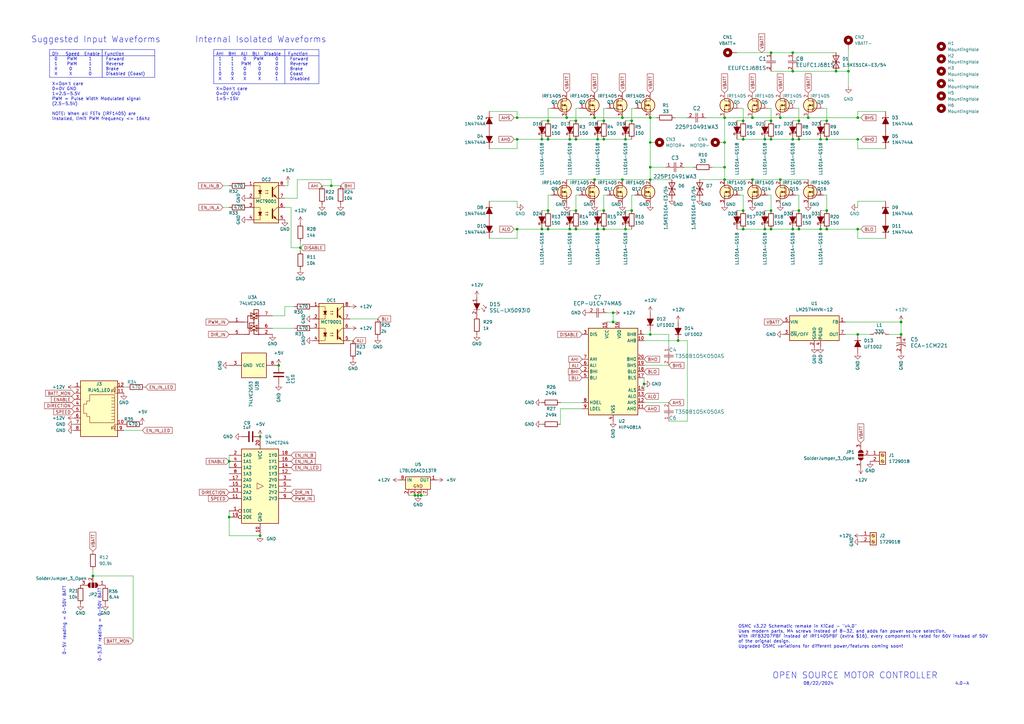
<source format=kicad_sch>
(kicad_sch
	(version 20250114)
	(generator "eeschema")
	(generator_version "9.0")
	(uuid "f7b069f9-0ad6-460f-8c2a-e4b85d53f6b2")
	(paper "A3")
	
	(rectangle
		(start 41.8846 20.32)
		(end 41.91 31.75)
		(stroke
			(width 0)
			(type default)
		)
		(fill
			(type none)
		)
		(uuid 4cec42e8-5f40-40d5-a1e1-40f0e873b7a3)
	)
	(rectangle
		(start 116.84 20.32)
		(end 116.84 34.29)
		(stroke
			(width 0)
			(type default)
		)
		(fill
			(type none)
		)
		(uuid 6609ba4d-23f2-403d-9c98-55294c4c954f)
	)
	(rectangle
		(start 87.63 22.86)
		(end 130.81 22.86)
		(stroke
			(width 0)
			(type default)
		)
		(fill
			(type none)
		)
		(uuid 88486fb6-f5fb-4c01-96b4-df4598f56091)
	)
	(rectangle
		(start 20.32 22.86)
		(end 63.5 22.86)
		(stroke
			(width 0)
			(type default)
		)
		(fill
			(type none)
		)
		(uuid c91cee47-bbf7-4e0f-a8d2-e162f9e89fed)
	)
	(text "4.0-A"
		(exclude_from_sim no)
		(at 391.668 281.178 0)
		(effects
			(font
				(size 1.27 1.27)
			)
			(justify left bottom)
		)
		(uuid "3ef8895f-24e4-45fe-8307-71eae980cd7d")
	)
	(text "OSMC v3.22 Schematic remake in KiCad - \"v4.0\"\nUses modern parts, M4 screws instead of 8-32, and adds fan power source selection.\nWith IRFB3207PBF instead of IRF1405PBF (extra $16), every component is rated for 60V instead of 50V\nof the orignal design.\nUpgraded OSMC variations for different power/features coming soon!"
		(exclude_from_sim no)
		(at 302.768 265.938 0)
		(effects
			(font
				(size 1.27 1.27)
			)
			(justify left bottom)
		)
		(uuid "468cb464-b3fe-4258-9f0f-4d43150f3428")
	)
	(text "08/22/2024"
		(exclude_from_sim no)
		(at 329.438 281.178 0)
		(effects
			(font
				(size 1.27 1.27)
			)
			(justify left bottom)
		)
		(uuid "7566e6aa-0cd8-4989-a498-9751a3615d79")
	)
	(text "0-3.3V reading = 0-50V BATT"
		(exclude_from_sim no)
		(at 40.894 256.286 90)
		(effects
			(font
				(size 1.27 1.27)
			)
		)
		(uuid "7ff0a093-951b-46b3-a14e-00d1b058ed78")
	)
	(text "Internal Isolated Waveforms"
		(exclude_from_sim no)
		(at 80.01 17.78 0)
		(effects
			(font
				(size 2.54 2.54)
			)
			(justify left bottom)
		)
		(uuid "8b55aff7-089f-4f07-a867-ffc1ba949894")
	)
	(text "0-5V reading = 0-50V BATT"
		(exclude_from_sim no)
		(at 26.416 254.508 90)
		(effects
			(font
				(size 1.27 1.27)
			)
		)
		(uuid "bba28dc2-bf3d-43be-94a3-e745f23271e0")
	)
	(text "Suggested Input Waveforms"
		(exclude_from_sim no)
		(at 12.7 17.78 0)
		(effects
			(font
				(size 2.54 2.54)
			)
			(justify left bottom)
		)
		(uuid "c2becebf-fc02-4c76-802c-a4588a575005")
	)
	(text "OPEN SOURCE MOTOR CONTROLLER"
		(exclude_from_sim no)
		(at 316.738 278.638 0)
		(effects
			(font
				(size 2.54 2.54)
			)
			(justify left bottom)
		)
		(uuid "d35d9fa6-57ee-41e6-a2d6-ea10344b7334")
	)
	(text_box "Dir   Speed  Enable  Function\n 0    PWM     1      Forward\n 1    PWM     1      Reverse\n X     0       1      Brake\n X     X       0      Disabled (Coast)\n\nX=Don't care\n0=0V GND\n1=2.5-5.5V\nPWM = Pulse Width Modulated signal (2.5-5.5V)\n\nNOTE: When all FETs (IRF1405) are installed, limit PWM frequency <= 16khz"
		(exclude_from_sim no)
		(at 20.32 20.32 0)
		(size 43.18 11.43)
		(margins 0.9525 0.9525 0.9525 0.9525)
		(stroke
			(width 0)
			(type solid)
		)
		(fill
			(type none)
		)
		(effects
			(font
				(size 1.27 1.27)
			)
			(justify left top)
		)
		(uuid "11fef456-8806-4beb-9325-a5751a37aaa0")
	)
	(text_box "AHI  BHI  ALI  BLI  Disable   Function\n 1    1    0   PWM     0     Forward\n 1    1   PWM   0      0     Reverse\n 1    1    0     0      0     Brake\n 0    0    0     0      0     Coast\n X    X    X     X      1     Disabled\n\nX=Don't care\n0=0V GND\n1=5-15V"
		(exclude_from_sim no)
		(at 87.63 20.32 0)
		(size 43.18 13.97)
		(margins 0.9525 0.9525 0.9525 0.9525)
		(stroke
			(width 0)
			(type solid)
		)
		(fill
			(type none)
		)
		(effects
			(font
				(size 1.27 1.27)
			)
			(justify left top)
		)
		(uuid "f168b1a2-2fcd-48ac-b0c2-50cda81b3784")
	)
	(junction
		(at 304.8 57.15)
		(diameter 0)
		(color 0 0 0 0)
		(uuid "025acf14-32e1-415f-a664-8c97472a6cdd")
	)
	(junction
		(at 320.04 73.66)
		(diameter 0)
		(color 0 0 0 0)
		(uuid "02704675-5ca6-4719-85f2-24c0eafabb38")
	)
	(junction
		(at 325.12 21.59)
		(diameter 0)
		(color 0 0 0 0)
		(uuid "06607565-3bf9-4a59-80d9-1f8bea1e22ab")
	)
	(junction
		(at 327.66 57.15)
		(diameter 0)
		(color 0 0 0 0)
		(uuid "11661071-a0b8-46b3-978b-5ce8838cf803")
	)
	(junction
		(at 243.84 48.26)
		(diameter 0)
		(color 0 0 0 0)
		(uuid "12bc48d4-7d99-4458-85fc-00bdcb3d1ce2")
	)
	(junction
		(at 232.41 48.26)
		(diameter 0)
		(color 0 0 0 0)
		(uuid "13a58cb2-5aa7-43b7-9e5e-b0347081c0a5")
	)
	(junction
		(at 369.57 132.08)
		(diameter 0)
		(color 0 0 0 0)
		(uuid "13f40af4-ba66-488d-8df3-97e11de332fb")
	)
	(junction
		(at 336.55 57.15)
		(diameter 0)
		(color 0 0 0 0)
		(uuid "1fa202ee-3c2f-467e-ae1d-c2c962d563e7")
	)
	(junction
		(at 325.12 29.21)
		(diameter 0)
		(color 0 0 0 0)
		(uuid "201f1ca0-16c0-4355-8f24-d884c67d9d80")
	)
	(junction
		(at 304.8 49.53)
		(diameter 0)
		(color 0 0 0 0)
		(uuid "206dae87-d5c3-4ee2-a7c2-323b40824a05")
	)
	(junction
		(at 266.7 73.66)
		(diameter 0)
		(color 0 0 0 0)
		(uuid "258727ea-eb35-4ed6-91b9-c1055f5ba3fd")
	)
	(junction
		(at 351.79 93.98)
		(diameter 0)
		(color 0 0 0 0)
		(uuid "27acec3f-4a8a-4c6a-95cc-70c659e83740")
	)
	(junction
		(at 222.25 57.15)
		(diameter 0)
		(color 0 0 0 0)
		(uuid "2ed55068-9b66-41f5-ae5c-dda30c9be3c4")
	)
	(junction
		(at 224.79 49.53)
		(diameter 0)
		(color 0 0 0 0)
		(uuid "3569dc3d-aef7-45d7-b95b-96d2f0111f45")
	)
	(junction
		(at 259.08 49.53)
		(diameter 0)
		(color 0 0 0 0)
		(uuid "3a77d92e-166a-4b6f-963e-094e186a0e0e")
	)
	(junction
		(at 106.68 219.71)
		(diameter 0)
		(color 0 0 0 0)
		(uuid "3ad3ca2a-cc3d-4b28-8419-459cbe9e0182")
	)
	(junction
		(at 297.18 68.58)
		(diameter 0)
		(color 0 0 0 0)
		(uuid "3bc3a46e-8528-41ae-8e44-171d7ea60576")
	)
	(junction
		(at 251.46 132.08)
		(diameter 0)
		(color 0 0 0 0)
		(uuid "43333256-67bb-4253-9bd9-cd6c52ecafee")
	)
	(junction
		(at 297.18 73.66)
		(diameter 0)
		(color 0 0 0 0)
		(uuid "4923e46e-a959-4c5d-805a-79a3aaffff3e")
	)
	(junction
		(at 266.7 48.26)
		(diameter 0)
		(color 0 0 0 0)
		(uuid "4abe186b-b1a5-405e-b226-1ee40bda55bd")
	)
	(junction
		(at 316.23 86.36)
		(diameter 0)
		(color 0 0 0 0)
		(uuid "55c6972e-206a-4f04-9292-b24bb285a4ac")
	)
	(junction
		(at 135.89 76.2)
		(diameter 0)
		(color 0 0 0 0)
		(uuid "573dcf5d-67a4-4b4f-82ad-833c0b335c4f")
	)
	(junction
		(at 339.09 57.15)
		(diameter 0)
		(color 0 0 0 0)
		(uuid "57577724-a0dd-4b2a-8193-2e21b7e5bddd")
	)
	(junction
		(at 278.13 139.7)
		(diameter 0)
		(color 0 0 0 0)
		(uuid "5bcf41ba-0ee0-4ae3-a2a8-905d0a9e2465")
	)
	(junction
		(at 327.66 86.36)
		(diameter 0)
		(color 0 0 0 0)
		(uuid "5f85a2e5-38a0-4fc7-8d79-1f066c63b671")
	)
	(junction
		(at 339.09 86.36)
		(diameter 0)
		(color 0 0 0 0)
		(uuid "604f6250-c415-4e7c-b3ce-fbc0fa3a7840")
	)
	(junction
		(at 308.61 48.26)
		(diameter 0)
		(color 0 0 0 0)
		(uuid "607942f0-61e1-4c50-9dbc-7f5d20fd9fad")
	)
	(junction
		(at 236.22 86.36)
		(diameter 0)
		(color 0 0 0 0)
		(uuid "6395dd2e-775f-4d49-968f-e6a6722c2bcb")
	)
	(junction
		(at 342.9 29.21)
		(diameter 0)
		(color 0 0 0 0)
		(uuid "67428f38-8b6c-453a-8e38-a96466f295f3")
	)
	(junction
		(at 256.54 57.15)
		(diameter 0)
		(color 0 0 0 0)
		(uuid "6750bc75-bc4f-4641-a2b8-013bef48dc88")
	)
	(junction
		(at 236.22 49.53)
		(diameter 0)
		(color 0 0 0 0)
		(uuid "67b4cc44-a73a-46fe-a2be-f8f3bbb45e48")
	)
	(junction
		(at 304.8 86.36)
		(diameter 0)
		(color 0 0 0 0)
		(uuid "683cbf74-d02d-49c0-824a-ada4e2c37d9a")
	)
	(junction
		(at 247.65 49.53)
		(diameter 0)
		(color 0 0 0 0)
		(uuid "68550db4-dd13-48dc-961b-54a3af69fa04")
	)
	(junction
		(at 93.98 212.09)
		(diameter 0)
		(color 0 0 0 0)
		(uuid "6930a6a7-dd03-44d5-b6ae-5eb85be627f2")
	)
	(junction
		(at 93.98 189.23)
		(diameter 0)
		(color 0 0 0 0)
		(uuid "6cbfa0c4-f755-4063-9130-5bb324b59b67")
	)
	(junction
		(at 316.23 21.59)
		(diameter 0)
		(color 0 0 0 0)
		(uuid "6ceccaac-be94-4a60-9aaa-310d7b3a4e96")
	)
	(junction
		(at 224.79 93.98)
		(diameter 0)
		(color 0 0 0 0)
		(uuid "70e8f257-6770-478c-a3fc-9dbcbbd90baf")
	)
	(junction
		(at 243.84 73.66)
		(diameter 0)
		(color 0 0 0 0)
		(uuid "74a52190-aa12-4674-ab09-b37f75f5cf55")
	)
	(junction
		(at 308.61 73.66)
		(diameter 0)
		(color 0 0 0 0)
		(uuid "76b895c0-45fa-41af-a300-ad24ab208e70")
	)
	(junction
		(at 259.08 86.36)
		(diameter 0)
		(color 0 0 0 0)
		(uuid "782e2fff-bc14-49d3-9c42-8b93ec64003d")
	)
	(junction
		(at 351.79 137.16)
		(diameter 0)
		(color 0 0 0 0)
		(uuid "7901b0a4-c91b-402e-a74a-6618170db2fb")
	)
	(junction
		(at 233.68 93.98)
		(diameter 0)
		(color 0 0 0 0)
		(uuid "7bce1f3c-b46e-4793-abb5-f866c8f05381")
	)
	(junction
		(at 255.27 73.66)
		(diameter 0)
		(color 0 0 0 0)
		(uuid "7c648206-50f8-4a18-adb2-be2662a5be2b")
	)
	(junction
		(at 266.7 68.58)
		(diameter 0)
		(color 0 0 0 0)
		(uuid "7d68ddba-e449-4e09-b779-0afef92ded2d")
	)
	(junction
		(at 172.72 203.2)
		(diameter 0)
		(color 0 0 0 0)
		(uuid "7e215a2d-ab08-4f89-b298-ffef35835ecb")
	)
	(junction
		(at 325.12 93.98)
		(diameter 0)
		(color 0 0 0 0)
		(uuid "807e80fd-676b-457c-9a9c-314faa37d5ae")
	)
	(junction
		(at 304.8 93.98)
		(diameter 0)
		(color 0 0 0 0)
		(uuid "812e6141-aa63-42d5-b578-ac45bfcf9a02")
	)
	(junction
		(at 247.65 93.98)
		(diameter 0)
		(color 0 0 0 0)
		(uuid "870bb29f-4f1d-43c4-9993-961c7b17a82c")
	)
	(junction
		(at 245.11 57.15)
		(diameter 0)
		(color 0 0 0 0)
		(uuid "8b7686ad-4f4b-4d1b-9383-63f51411205c")
	)
	(junction
		(at 264.16 157.48)
		(diameter 0)
		(color 0 0 0 0)
		(uuid "8dbc46da-09fd-4d0d-b0e8-0bae76d8006a")
	)
	(junction
		(at 255.27 48.26)
		(diameter 0)
		(color 0 0 0 0)
		(uuid "906bd40b-17e3-4ce2-a20b-36ee645f9d60")
	)
	(junction
		(at 224.79 86.36)
		(diameter 0)
		(color 0 0 0 0)
		(uuid "93e5087d-6da0-430a-80da-73d7146e2ba4")
	)
	(junction
		(at 316.23 49.53)
		(diameter 0)
		(color 0 0 0 0)
		(uuid "94dbc3ca-7a60-496d-94a1-3a282e7ec11b")
	)
	(junction
		(at 316.23 57.15)
		(diameter 0)
		(color 0 0 0 0)
		(uuid "965c2c72-4ddd-4acc-97ca-afb62ddd2143")
	)
	(junction
		(at 236.22 93.98)
		(diameter 0)
		(color 0 0 0 0)
		(uuid "97952e0d-5b87-4ca5-9948-8c746e052915")
	)
	(junction
		(at 247.65 57.15)
		(diameter 0)
		(color 0 0 0 0)
		(uuid "9882e08c-8780-4beb-b1f2-83942322437e")
	)
	(junction
		(at 245.11 93.98)
		(diameter 0)
		(color 0 0 0 0)
		(uuid "990db89f-808f-4ba0-8aef-02cf23197d83")
	)
	(junction
		(at 313.69 57.15)
		(diameter 0)
		(color 0 0 0 0)
		(uuid "a39eac20-1a76-4822-80cd-3cd8477b929c")
	)
	(junction
		(at 106.68 179.07)
		(diameter 0)
		(color 0 0 0 0)
		(uuid "a49bf8ca-0fcb-4442-9ebb-1529734b868e")
	)
	(junction
		(at 222.25 93.98)
		(diameter 0)
		(color 0 0 0 0)
		(uuid "aa776aef-8d8f-4866-bd34-8ab546ebf556")
	)
	(junction
		(at 170.18 203.2)
		(diameter 0)
		(color 0 0 0 0)
		(uuid "aab60428-36ef-404d-9c49-8da79854a0c7")
	)
	(junction
		(at 327.66 49.53)
		(diameter 0)
		(color 0 0 0 0)
		(uuid "aaf30f4f-d54a-4e62-8f7c-7c83604fc847")
	)
	(junction
		(at 266.7 137.16)
		(diameter 0)
		(color 0 0 0 0)
		(uuid "aca2e16e-4cef-4ce1-8584-ebc699b656b2")
	)
	(junction
		(at 339.09 49.53)
		(diameter 0)
		(color 0 0 0 0)
		(uuid "ad8eeafe-1da6-4a27-9cc3-64f134aa8a6b")
	)
	(junction
		(at 313.69 93.98)
		(diameter 0)
		(color 0 0 0 0)
		(uuid "aee432ef-20eb-463d-8b6c-06b7fc83ab77")
	)
	(junction
		(at 212.09 93.98)
		(diameter 0)
		(color 0 0 0 0)
		(uuid "af557a93-053c-43ad-bdad-f9dabbcb6300")
	)
	(junction
		(at 236.22 57.15)
		(diameter 0)
		(color 0 0 0 0)
		(uuid "b0ccb202-5dff-4a03-bb96-453f9f2b79f3")
	)
	(junction
		(at 320.04 48.26)
		(diameter 0)
		(color 0 0 0 0)
		(uuid "b731b126-460c-4cc7-ab61-335e59451fde")
	)
	(junction
		(at 251.46 128.27)
		(diameter 0)
		(color 0 0 0 0)
		(uuid "bc856460-244c-4d3f-b9c4-94627fe9ada9")
	)
	(junction
		(at 297.18 58.42)
		(diameter 0)
		(color 0 0 0 0)
		(uuid "bcec1be8-5b72-475d-83b2-808bd50d5082")
	)
	(junction
		(at 316.23 93.98)
		(diameter 0)
		(color 0 0 0 0)
		(uuid "be70a144-bd09-4acb-9a2e-f506d1554664")
	)
	(junction
		(at 233.68 57.15)
		(diameter 0)
		(color 0 0 0 0)
		(uuid "c129793c-4e0f-4203-ad86-d705c91f437b")
	)
	(junction
		(at 123.19 101.6)
		(diameter 0)
		(color 0 0 0 0)
		(uuid "c23b2ba4-31bb-4b16-8035-2ceec4daa593")
	)
	(junction
		(at 347.98 29.21)
		(diameter 0)
		(color 0 0 0 0)
		(uuid "c4a8f3d2-afe8-4dc7-85a4-d47567ce4802")
	)
	(junction
		(at 256.54 93.98)
		(diameter 0)
		(color 0 0 0 0)
		(uuid "c5cb8ad2-7700-4fe8-b0e2-5370e6838ee5")
	)
	(junction
		(at 369.57 137.16)
		(diameter 0)
		(color 0 0 0 0)
		(uuid "cbad67db-81b3-4735-b187-6fae3004e6d2")
	)
	(junction
		(at 212.09 48.26)
		(diameter 0)
		(color 0 0 0 0)
		(uuid "d371e6f3-5171-4621-a424-aa6c8b389ab5")
	)
	(junction
		(at 351.79 48.26)
		(diameter 0)
		(color 0 0 0 0)
		(uuid "d4d8c505-573c-4e6b-a2a8-e094f40dae1d")
	)
	(junction
		(at 114.3 149.86)
		(diameter 0)
		(color 0 0 0 0)
		(uuid "d4e8351b-53d4-4604-a9ea-92337a862d1a")
	)
	(junction
		(at 331.47 48.26)
		(diameter 0)
		(color 0 0 0 0)
		(uuid "d62192e0-08e2-4d07-9189-4f529b589967")
	)
	(junction
		(at 224.79 57.15)
		(diameter 0)
		(color 0 0 0 0)
		(uuid "d9311b0a-9cb2-4087-b687-4e149890343c")
	)
	(junction
		(at 351.79 57.15)
		(diameter 0)
		(color 0 0 0 0)
		(uuid "d9dbbf84-ac2a-42d0-8fac-fe44384b65c0")
	)
	(junction
		(at 339.09 93.98)
		(diameter 0)
		(color 0 0 0 0)
		(uuid "dcee8edb-46a3-4152-b567-edaea9a0ae55")
	)
	(junction
		(at 336.55 93.98)
		(diameter 0)
		(color 0 0 0 0)
		(uuid "df702185-ec52-4023-9455-e8484239bc67")
	)
	(junction
		(at 171.45 203.2)
		(diameter 0)
		(color 0 0 0 0)
		(uuid "e6e309c0-3fbb-47b2-83cf-62e1a0366583")
	)
	(junction
		(at 297.18 48.26)
		(diameter 0)
		(color 0 0 0 0)
		(uuid "e72f3c52-4cf0-424c-904b-e8a71d5c218f")
	)
	(junction
		(at 325.12 57.15)
		(diameter 0)
		(color 0 0 0 0)
		(uuid "e7632a08-862c-456b-b0be-23f3bbd673ad")
	)
	(junction
		(at 212.09 57.15)
		(diameter 0)
		(color 0 0 0 0)
		(uuid "f1c77e3e-e5bf-4c8a-a000-8b9796eaf773")
	)
	(junction
		(at 38.1 236.22)
		(diameter 0)
		(color 0 0 0 0)
		(uuid "fd492973-8f16-4ac7-96fc-8fb5a47126e7")
	)
	(junction
		(at 266.7 58.42)
		(diameter 0)
		(color 0 0 0 0)
		(uuid "fd5932aa-33c0-4b88-b069-bf3cf1b91a84")
	)
	(junction
		(at 247.65 86.36)
		(diameter 0)
		(color 0 0 0 0)
		(uuid "ff0c83b0-e0fa-48eb-9d7d-4d0845161842")
	)
	(junction
		(at 327.66 93.98)
		(diameter 0)
		(color 0 0 0 0)
		(uuid "ffcab709-1562-45a8-acfa-f9ae491297e6")
	)
	(wire
		(pts
			(xy 289.56 48.26) (xy 297.18 48.26)
		)
		(stroke
			(width 0)
			(type default)
		)
		(uuid "010cc39f-ae2b-4595-9666-d717e5677a57")
	)
	(wire
		(pts
			(xy 313.69 49.53) (xy 316.23 49.53)
		)
		(stroke
			(width 0)
			(type default)
		)
		(uuid "021e64e8-b466-487d-a327-e9cc24724d38")
	)
	(wire
		(pts
			(xy 212.09 45.72) (xy 212.09 48.26)
		)
		(stroke
			(width 0)
			(type default)
		)
		(uuid "025866cf-3998-4e00-bdf6-2be24dcabc2a")
	)
	(wire
		(pts
			(xy 233.68 57.15) (xy 236.22 57.15)
		)
		(stroke
			(width 0)
			(type default)
		)
		(uuid "028f01e3-33c5-4807-8669-6384e71e19ae")
	)
	(wire
		(pts
			(xy 224.79 44.45) (xy 224.79 49.53)
		)
		(stroke
			(width 0)
			(type default)
		)
		(uuid "02bcea26-70b7-4642-ab4b-3604f380e6fa")
	)
	(wire
		(pts
			(xy 316.23 93.98) (xy 325.12 93.98)
		)
		(stroke
			(width 0)
			(type default)
		)
		(uuid "02c2add2-17f4-41ac-8e57-b9675721f000")
	)
	(wire
		(pts
			(xy 274.32 149.86) (xy 264.16 149.86)
		)
		(stroke
			(width 0)
			(type default)
		)
		(uuid "07ed14e2-434d-4350-af89-d572d615ad6a")
	)
	(wire
		(pts
			(xy 281.94 139.7) (xy 281.94 172.72)
		)
		(stroke
			(width 0)
			(type default)
		)
		(uuid "08c4990f-878c-4c07-8e25-76357557d3e4")
	)
	(wire
		(pts
			(xy 255.27 73.66) (xy 266.7 73.66)
		)
		(stroke
			(width 0)
			(type default)
		)
		(uuid "09c83a13-b542-4816-8ad9-465b8afe9f1c")
	)
	(wire
		(pts
			(xy 212.09 48.26) (xy 232.41 48.26)
		)
		(stroke
			(width 0)
			(type default)
		)
		(uuid "0a0183e5-9203-40e4-95e7-7f8ca68271cc")
	)
	(wire
		(pts
			(xy 304.8 57.15) (xy 313.69 57.15)
		)
		(stroke
			(width 0)
			(type default)
		)
		(uuid "0a4ca37e-9f39-4765-b8e2-a00fb962c6af")
	)
	(wire
		(pts
			(xy 266.7 58.42) (xy 266.7 68.58)
		)
		(stroke
			(width 0)
			(type default)
		)
		(uuid "0a7f5e29-8138-42cd-8b6e-86ea56b137dd")
	)
	(wire
		(pts
			(xy 297.18 73.66) (xy 308.61 73.66)
		)
		(stroke
			(width 0)
			(type default)
		)
		(uuid "0b3c8ef4-5c73-4d29-8350-4e7f819ab04a")
	)
	(wire
		(pts
			(xy 106.68 219.71) (xy 93.98 219.71)
		)
		(stroke
			(width 0)
			(type default)
		)
		(uuid "0bcf89f6-a25d-493d-9115-74438b1eec9f")
	)
	(wire
		(pts
			(xy 236.22 80.01) (xy 236.22 86.36)
		)
		(stroke
			(width 0)
			(type default)
		)
		(uuid "0e5f0b78-ee55-4316-b27a-63f5467b70e2")
	)
	(wire
		(pts
			(xy 251.46 132.08) (xy 254 132.08)
		)
		(stroke
			(width 0)
			(type default)
		)
		(uuid "0ebbf43a-fb74-4b78-b489-4a0afe58ff4a")
	)
	(wire
		(pts
			(xy 316.23 21.59) (xy 325.12 21.59)
		)
		(stroke
			(width 0)
			(type default)
		)
		(uuid "11b8d980-09ab-47b9-b1ca-cbe674bf0cad")
	)
	(wire
		(pts
			(xy 351.79 137.16) (xy 356.87 137.16)
		)
		(stroke
			(width 0)
			(type default)
		)
		(uuid "129b7516-1203-4d7f-8bbe-6266e97a4adb")
	)
	(wire
		(pts
			(xy 224.79 80.01) (xy 224.79 86.36)
		)
		(stroke
			(width 0)
			(type default)
		)
		(uuid "12d6d67c-fde5-42fa-a86c-2d0aa7956fcf")
	)
	(wire
		(pts
			(xy 302.26 93.98) (xy 304.8 93.98)
		)
		(stroke
			(width 0)
			(type default)
		)
		(uuid "12e6275d-d25c-4f9c-8484-a62b9714b5e2")
	)
	(wire
		(pts
			(xy 347.98 29.21) (xy 347.98 20.32)
		)
		(stroke
			(width 0)
			(type default)
		)
		(uuid "14a1d62a-79e2-49ae-a2d2-324d3d86b5c6")
	)
	(wire
		(pts
			(xy 336.55 49.53) (xy 339.09 49.53)
		)
		(stroke
			(width 0)
			(type default)
		)
		(uuid "14bf6fc8-391d-49f7-bd03-cbf0cf595911")
	)
	(wire
		(pts
			(xy 320.04 48.26) (xy 331.47 48.26)
		)
		(stroke
			(width 0)
			(type default)
		)
		(uuid "198ccd09-8a0f-44fe-9a78-82fc3a4f8214")
	)
	(wire
		(pts
			(xy 200.66 97.79) (xy 212.09 97.79)
		)
		(stroke
			(width 0)
			(type default)
		)
		(uuid "1b1d085e-9a71-4ea7-87d6-da530ad1c6d6")
	)
	(wire
		(pts
			(xy 276.86 48.26) (xy 281.94 48.26)
		)
		(stroke
			(width 0)
			(type default)
		)
		(uuid "1d8fec0b-8b15-4286-80c2-6300fd17f210")
	)
	(wire
		(pts
			(xy 224.79 93.98) (xy 233.68 93.98)
		)
		(stroke
			(width 0)
			(type default)
		)
		(uuid "1e8e59fd-e881-4460-86f3-037fd4b47ba8")
	)
	(wire
		(pts
			(xy 248.92 132.08) (xy 251.46 132.08)
		)
		(stroke
			(width 0)
			(type default)
		)
		(uuid "211093f7-0e83-4410-a6a0-c6f59cc0b22c")
	)
	(wire
		(pts
			(xy 245.11 57.15) (xy 247.65 57.15)
		)
		(stroke
			(width 0)
			(type default)
		)
		(uuid "22c9edbb-e996-45fd-889b-d69649d484ae")
	)
	(wire
		(pts
			(xy 264.16 139.7) (xy 278.13 139.7)
		)
		(stroke
			(width 0)
			(type default)
		)
		(uuid "22f3a632-2c7e-44e0-a702-300d3efbeb52")
	)
	(wire
		(pts
			(xy 346.71 137.16) (xy 351.79 137.16)
		)
		(stroke
			(width 0)
			(type default)
		)
		(uuid "23597f57-a141-45bb-bf3f-20e8bce164d6")
	)
	(wire
		(pts
			(xy 247.65 44.45) (xy 247.65 49.53)
		)
		(stroke
			(width 0)
			(type default)
		)
		(uuid "239640ee-9982-4f05-88af-a362f96d0b49")
	)
	(wire
		(pts
			(xy 302.26 49.53) (xy 304.8 49.53)
		)
		(stroke
			(width 0)
			(type default)
		)
		(uuid "262dd982-5b7a-4e47-93d5-ef00ad80c4a2")
	)
	(wire
		(pts
			(xy 304.8 93.98) (xy 313.69 93.98)
		)
		(stroke
			(width 0)
			(type default)
		)
		(uuid "26cf2e9c-7932-4628-aac4-7f3e67de6d42")
	)
	(wire
		(pts
			(xy 339.09 44.45) (xy 339.09 49.53)
		)
		(stroke
			(width 0)
			(type default)
		)
		(uuid "2af32047-303b-4b75-9d72-37f389f26a71")
	)
	(wire
		(pts
			(xy 243.84 73.66) (xy 255.27 73.66)
		)
		(stroke
			(width 0)
			(type default)
		)
		(uuid "2b153614-a26c-430e-be5c-f2227f759ca5")
	)
	(wire
		(pts
			(xy 325.12 29.21) (xy 342.9 29.21)
		)
		(stroke
			(width 0)
			(type default)
		)
		(uuid "2c7774ec-d847-40af-9f87-daacda6a6a25")
	)
	(wire
		(pts
			(xy 363.22 45.72) (xy 351.79 45.72)
		)
		(stroke
			(width 0)
			(type default)
		)
		(uuid "2ddc569f-2f9a-4caf-8985-ce28630b5739")
	)
	(wire
		(pts
			(xy 135.89 76.2) (xy 139.7 76.2)
		)
		(stroke
			(width 0)
			(type default)
		)
		(uuid "2f4030a3-879b-4869-9e54-e5255877ee82")
	)
	(wire
		(pts
			(xy 222.25 49.53) (xy 224.79 49.53)
		)
		(stroke
			(width 0)
			(type default)
		)
		(uuid "2f8ba521-49de-4bab-b1ee-d50f060e9d1f")
	)
	(wire
		(pts
			(xy 325.12 49.53) (xy 327.66 49.53)
		)
		(stroke
			(width 0)
			(type default)
		)
		(uuid "2fa1eb96-f2c8-4c19-a925-bd5141346714")
	)
	(wire
		(pts
			(xy 302.26 21.59) (xy 316.23 21.59)
		)
		(stroke
			(width 0)
			(type default)
		)
		(uuid "3031836a-f30d-4977-afa0-a1daca7ada7f")
	)
	(wire
		(pts
			(xy 264.16 165.1) (xy 274.32 165.1)
		)
		(stroke
			(width 0)
			(type default)
		)
		(uuid "3032ea66-3ec0-4b8d-8986-d0a2fb2cdaf4")
	)
	(wire
		(pts
			(xy 222.25 86.36) (xy 224.79 86.36)
		)
		(stroke
			(width 0)
			(type default)
		)
		(uuid "3053c074-d497-4dc8-93fb-5d1055d09d69")
	)
	(wire
		(pts
			(xy 212.09 60.96) (xy 212.09 57.15)
		)
		(stroke
			(width 0)
			(type default)
		)
		(uuid "332520ea-4df3-475f-b85c-5e8275013457")
	)
	(wire
		(pts
			(xy 369.57 137.16) (xy 369.57 132.08)
		)
		(stroke
			(width 0)
			(type default)
		)
		(uuid "34658301-3404-4e22-a63f-260f861370c1")
	)
	(wire
		(pts
			(xy 351.79 57.15) (xy 353.06 57.15)
		)
		(stroke
			(width 0)
			(type default)
		)
		(uuid "3613e393-ef2b-4520-bd9c-9185f79bc088")
	)
	(wire
		(pts
			(xy 200.66 45.72) (xy 212.09 45.72)
		)
		(stroke
			(width 0)
			(type default)
		)
		(uuid "37c9fbbd-29f0-471c-8872-e7a0ba39914d")
	)
	(wire
		(pts
			(xy 266.7 68.58) (xy 266.7 73.66)
		)
		(stroke
			(width 0)
			(type default)
		)
		(uuid "39635b7b-4848-4442-a804-566a546f95a6")
	)
	(wire
		(pts
			(xy 308.61 73.66) (xy 320.04 73.66)
		)
		(stroke
			(width 0)
			(type default)
		)
		(uuid "3a0e46d0-ba9d-48e6-8ab0-19fa44a153fd")
	)
	(wire
		(pts
			(xy 123.19 99.06) (xy 123.19 101.6)
		)
		(stroke
			(width 0)
			(type default)
		)
		(uuid "3bf7547b-8b99-4d0e-a49c-4234c7fe2b36")
	)
	(wire
		(pts
			(xy 259.08 44.45) (xy 259.08 49.53)
		)
		(stroke
			(width 0)
			(type default)
		)
		(uuid "3db56e52-26ea-45a6-9659-ec81bbf154c3")
	)
	(wire
		(pts
			(xy 304.8 80.01) (xy 304.8 86.36)
		)
		(stroke
			(width 0)
			(type default)
		)
		(uuid "3e90f2af-d1f5-4ac4-99cb-5d7c582c930c")
	)
	(wire
		(pts
			(xy 38.1 233.68) (xy 38.1 236.22)
		)
		(stroke
			(width 0)
			(type default)
		)
		(uuid "3eda099b-0a8a-4984-b4c7-2bcfd9a99343")
	)
	(wire
		(pts
			(xy 93.98 189.23) (xy 93.98 191.77)
		)
		(stroke
			(width 0)
			(type default)
		)
		(uuid "3f291005-e99e-4f5a-9d0f-bad7c6f4d72d")
	)
	(wire
		(pts
			(xy 135.89 76.2) (xy 135.89 73.66)
		)
		(stroke
			(width 0)
			(type default)
		)
		(uuid "438ea973-d641-47f7-94c3-737f97748a37")
	)
	(wire
		(pts
			(xy 236.22 57.15) (xy 245.11 57.15)
		)
		(stroke
			(width 0)
			(type default)
		)
		(uuid "441b0a15-3b9b-4f9f-becb-7a1c1fdb3430")
	)
	(wire
		(pts
			(xy 266.7 48.26) (xy 269.24 48.26)
		)
		(stroke
			(width 0)
			(type default)
		)
		(uuid "44fc28b4-48c4-438f-be96-36b0046af272")
	)
	(wire
		(pts
			(xy 336.55 57.15) (xy 339.09 57.15)
		)
		(stroke
			(width 0)
			(type default)
		)
		(uuid "47e3ea88-798a-49d0-acd0-9a0aaadb17c9")
	)
	(wire
		(pts
			(xy 210.82 93.98) (xy 212.09 93.98)
		)
		(stroke
			(width 0)
			(type default)
		)
		(uuid "4a3b0134-1d13-4b4c-a80e-8fd90b670972")
	)
	(wire
		(pts
			(xy 119.38 101.6) (xy 123.19 101.6)
		)
		(stroke
			(width 0)
			(type default)
		)
		(uuid "4ba82a3b-932d-4ca7-96ea-5f465b46045c")
	)
	(wire
		(pts
			(xy 93.98 219.71) (xy 93.98 212.09)
		)
		(stroke
			(width 0)
			(type default)
		)
		(uuid "52aebeec-f26c-43bf-a494-835c15fd7fb3")
	)
	(wire
		(pts
			(xy 259.08 80.01) (xy 259.08 86.36)
		)
		(stroke
			(width 0)
			(type default)
		)
		(uuid "542cf0a3-b197-49ca-b1c4-e5dd8798481b")
	)
	(wire
		(pts
			(xy 297.18 68.58) (xy 297.18 73.66)
		)
		(stroke
			(width 0)
			(type default)
		)
		(uuid "559d2474-150e-4bdc-98e7-b996ed1e304b")
	)
	(wire
		(pts
			(xy 232.41 73.66) (xy 243.84 73.66)
		)
		(stroke
			(width 0)
			(type default)
		)
		(uuid "565e974a-2e8e-4f81-a500-72abc4a11ac7")
	)
	(wire
		(pts
			(xy 264.16 157.48) (xy 264.16 160.02)
		)
		(stroke
			(width 0)
			(type default)
		)
		(uuid "5bc1ff1f-4f8e-4010-9cfd-14d0d6f5d3f4")
	)
	(wire
		(pts
			(xy 260.35 44.45) (xy 259.08 44.45)
		)
		(stroke
			(width 0)
			(type default)
		)
		(uuid "5c702e8a-cb2f-47fb-b41b-7365b9dfd3e2")
	)
	(wire
		(pts
			(xy 264.16 154.94) (xy 264.16 157.48)
		)
		(stroke
			(width 0)
			(type default)
		)
		(uuid "5c89a1f6-a336-4540-b875-7cd3e4607ac5")
	)
	(wire
		(pts
			(xy 93.98 186.69) (xy 93.98 189.23)
		)
		(stroke
			(width 0)
			(type default)
		)
		(uuid "5e42e6f7-3951-4615-840d-a2022d5c15f6")
	)
	(wire
		(pts
			(xy 297.18 68.58) (xy 297.18 58.42)
		)
		(stroke
			(width 0)
			(type default)
		)
		(uuid "5e7cb83d-5d49-4c73-acbd-db32c5ab26af")
	)
	(wire
		(pts
			(xy 236.22 93.98) (xy 245.11 93.98)
		)
		(stroke
			(width 0)
			(type default)
		)
		(uuid "5f16d1e8-3367-47a0-b3df-a7f2cef4613d")
	)
	(wire
		(pts
			(xy 325.12 86.36) (xy 327.66 86.36)
		)
		(stroke
			(width 0)
			(type default)
		)
		(uuid "602555d4-16dd-4f92-8ce0-7e1f97e2b7c4")
	)
	(wire
		(pts
			(xy 50.8 158.75) (xy 52.07 158.75)
		)
		(stroke
			(width 0)
			(type default)
		)
		(uuid "602d1264-b35d-4080-a70b-a1ecad6786e3")
	)
	(wire
		(pts
			(xy 316.23 29.21) (xy 325.12 29.21)
		)
		(stroke
			(width 0)
			(type default)
		)
		(uuid "6259fc0e-e72e-46da-97d2-a391480e760c")
	)
	(wire
		(pts
			(xy 351.79 60.96) (xy 363.22 60.96)
		)
		(stroke
			(width 0)
			(type default)
		)
		(uuid "66133128-d1b3-4035-ad48-6a93fdac5b66")
	)
	(wire
		(pts
			(xy 304.8 44.45) (xy 304.8 49.53)
		)
		(stroke
			(width 0)
			(type default)
		)
		(uuid "68794e08-1f2b-4d4a-9acd-a134f0adb613")
	)
	(wire
		(pts
			(xy 210.82 48.26) (xy 212.09 48.26)
		)
		(stroke
			(width 0)
			(type default)
		)
		(uuid "69e1e9f3-4526-439c-a481-fbab5131f736")
	)
	(wire
		(pts
			(xy 260.35 80.01) (xy 259.08 80.01)
		)
		(stroke
			(width 0)
			(type default)
		)
		(uuid "6a116300-5cab-4e22-8a3e-c338cf5f50d7")
	)
	(wire
		(pts
			(xy 313.69 93.98) (xy 316.23 93.98)
		)
		(stroke
			(width 0)
			(type default)
		)
		(uuid "6adacc73-1e50-4236-bb7e-eed0528716f3")
	)
	(wire
		(pts
			(xy 266.7 68.58) (xy 273.05 68.58)
		)
		(stroke
			(width 0)
			(type default)
		)
		(uuid "6c450324-6963-4741-9731-4662271b15f9")
	)
	(wire
		(pts
			(xy 326.39 80.01) (xy 327.66 80.01)
		)
		(stroke
			(width 0)
			(type default)
		)
		(uuid "6c4af037-e891-46df-b636-88050945af1b")
	)
	(wire
		(pts
			(xy 351.79 93.98) (xy 351.79 97.79)
		)
		(stroke
			(width 0)
			(type default)
		)
		(uuid "6cfe5845-1281-4b9d-a987-f89edc5ba9fa")
	)
	(wire
		(pts
			(xy 327.66 44.45) (xy 327.66 49.53)
		)
		(stroke
			(width 0)
			(type default)
		)
		(uuid "6e0525ee-da69-4710-8c2d-8c0a9b5e9ead")
	)
	(wire
		(pts
			(xy 91.44 76.2) (xy 93.98 76.2)
		)
		(stroke
			(width 0)
			(type default)
		)
		(uuid "70eb32da-e0ad-4a46-a9fc-ca77ea3a0704")
	)
	(wire
		(pts
			(xy 135.89 73.66) (xy 121.92 73.66)
		)
		(stroke
			(width 0)
			(type default)
		)
		(uuid "72a1be06-fbb0-4d41-a184-62fc68419c76")
	)
	(wire
		(pts
			(xy 327.66 93.98) (xy 336.55 93.98)
		)
		(stroke
			(width 0)
			(type default)
		)
		(uuid "741410b5-31b5-49cf-a5d0-decfb48f2ded")
	)
	(wire
		(pts
			(xy 266.7 73.66) (xy 275.59 73.66)
		)
		(stroke
			(width 0)
			(type default)
		)
		(uuid "7621fd19-d9d7-43ed-9fe3-041151fdd034")
	)
	(wire
		(pts
			(xy 224.79 57.15) (xy 233.68 57.15)
		)
		(stroke
			(width 0)
			(type default)
		)
		(uuid "77f41ba0-b1e5-4f18-bad3-43a2b20f5d68")
	)
	(wire
		(pts
			(xy 212.09 57.15) (xy 222.25 57.15)
		)
		(stroke
			(width 0)
			(type default)
		)
		(uuid "7826e336-63c2-4224-b6b7-03908cb9c2f9")
	)
	(wire
		(pts
			(xy 111.76 129.54) (xy 116.84 129.54)
		)
		(stroke
			(width 0)
			(type default)
		)
		(uuid "788517b1-1e6e-4bba-b6a3-a42c3a0da424")
	)
	(wire
		(pts
			(xy 121.92 73.66) (xy 121.92 81.28)
		)
		(stroke
			(width 0)
			(type default)
		)
		(uuid "78c44297-63ca-45f9-9556-cc6447b419a9")
	)
	(wire
		(pts
			(xy 38.1 236.22) (xy 54.61 236.22)
		)
		(stroke
			(width 0)
			(type default)
		)
		(uuid "79459752-c774-4c6d-ae49-bc57797eee42")
	)
	(wire
		(pts
			(xy 132.08 76.2) (xy 135.89 76.2)
		)
		(stroke
			(width 0)
			(type default)
		)
		(uuid "7aa72131-fc2d-443f-98c6-a8a77e8f89bb")
	)
	(wire
		(pts
			(xy 236.22 44.45) (xy 236.22 49.53)
		)
		(stroke
			(width 0)
			(type default)
		)
		(uuid "7da75969-a501-4491-b717-7eecae18b50e")
	)
	(wire
		(pts
			(xy 119.38 85.09) (xy 116.84 85.09)
		)
		(stroke
			(width 0)
			(type default)
		)
		(uuid "7ed2cd09-c21e-4567-8e47-aa51e95bd87e")
	)
	(wire
		(pts
			(xy 266.7 48.26) (xy 266.7 58.42)
		)
		(stroke
			(width 0)
			(type default)
		)
		(uuid "7f2fd456-43e3-4acf-b35b-369773e70982")
	)
	(wire
		(pts
			(xy 313.69 57.15) (xy 316.23 57.15)
		)
		(stroke
			(width 0)
			(type default)
		)
		(uuid "7f3c6e1a-9673-4686-8376-9975fb9210ce")
	)
	(wire
		(pts
			(xy 91.44 85.09) (xy 93.98 85.09)
		)
		(stroke
			(width 0)
			(type default)
		)
		(uuid "7fdfcb86-5824-4cb5-9d3d-28ec948a79a0")
	)
	(wire
		(pts
			(xy 245.11 86.36) (xy 247.65 86.36)
		)
		(stroke
			(width 0)
			(type default)
		)
		(uuid "804b49e1-e64f-4205-b9aa-85015f4c69a1")
	)
	(wire
		(pts
			(xy 351.79 48.26) (xy 331.47 48.26)
		)
		(stroke
			(width 0)
			(type default)
		)
		(uuid "833d8c75-98d4-48b2-a7c8-8b096ed1d164")
	)
	(wire
		(pts
			(xy 172.72 203.2) (xy 175.26 203.2)
		)
		(stroke
			(width 0)
			(type default)
		)
		(uuid "83a06bbc-8fd4-4ab8-95d0-0da37d8fa8d7")
	)
	(wire
		(pts
			(xy 248.92 44.45) (xy 247.65 44.45)
		)
		(stroke
			(width 0)
			(type default)
		)
		(uuid "8513bac6-12f6-4dd6-b275-9657fda0d7eb")
	)
	(wire
		(pts
			(xy 316.23 57.15) (xy 325.12 57.15)
		)
		(stroke
			(width 0)
			(type default)
		)
		(uuid "86f8981d-efd6-49b6-af5d-464d12c32b2c")
	)
	(wire
		(pts
			(xy 238.76 167.64) (xy 229.87 167.64)
		)
		(stroke
			(width 0)
			(type default)
		)
		(uuid "88367d5f-bb6e-4e77-87b4-87cfe703da6b")
	)
	(wire
		(pts
			(xy 266.7 135.89) (xy 266.7 137.16)
		)
		(stroke
			(width 0)
			(type default)
		)
		(uuid "89ed9454-cde9-44ab-ac79-d3ef39edd34b")
	)
	(wire
		(pts
			(xy 351.79 93.98) (xy 353.06 93.98)
		)
		(stroke
			(width 0)
			(type default)
		)
		(uuid "8af7d76d-0393-4dac-ac49-7406ea367e3e")
	)
	(wire
		(pts
			(xy 93.98 212.09) (xy 93.98 209.55)
		)
		(stroke
			(width 0)
			(type default)
		)
		(uuid "8bc0181e-dc73-47b0-bf0b-5fd0cf6a747d")
	)
	(wire
		(pts
			(xy 255.27 48.26) (xy 266.7 48.26)
		)
		(stroke
			(width 0)
			(type default)
		)
		(uuid "8c2670ea-2ad3-4117-85c1-ad898571b966")
	)
	(wire
		(pts
			(xy 297.18 48.26) (xy 308.61 48.26)
		)
		(stroke
			(width 0)
			(type default)
		)
		(uuid "8c76b99a-1c1b-4b0b-a592-7affee7f743b")
	)
	(wire
		(pts
			(xy 247.65 80.01) (xy 247.65 86.36)
		)
		(stroke
			(width 0)
			(type default)
		)
		(uuid "8c8a46e3-d8fc-4e3e-aac8-267854d174e7")
	)
	(wire
		(pts
			(xy 320.04 73.66) (xy 331.47 73.66)
		)
		(stroke
			(width 0)
			(type default)
		)
		(uuid "8dcbad67-0f10-47c9-a3dc-4287a3e0e02a")
	)
	(wire
		(pts
			(xy 351.79 57.15) (xy 351.79 60.96)
		)
		(stroke
			(width 0)
			(type default)
		)
		(uuid "8dfdad0c-f6b0-496e-bf0b-70ea67ec0ba1")
	)
	(wire
		(pts
			(xy 232.41 48.26) (xy 243.84 48.26)
		)
		(stroke
			(width 0)
			(type default)
		)
		(uuid "8e32d773-6516-45b8-8269-dd508c10236a")
	)
	(wire
		(pts
			(xy 245.11 49.53) (xy 247.65 49.53)
		)
		(stroke
			(width 0)
			(type default)
		)
		(uuid "8fd1624f-8183-41ab-9073-3fdcd1aaedbb")
	)
	(wire
		(pts
			(xy 327.66 80.01) (xy 327.66 86.36)
		)
		(stroke
			(width 0)
			(type default)
		)
		(uuid "8ffad921-b141-4209-9690-2ef120e0d6ed")
	)
	(wire
		(pts
			(xy 167.64 203.2) (xy 170.18 203.2)
		)
		(stroke
			(width 0)
			(type default)
		)
		(uuid "90042940-8012-45bb-a9a8-b5a099300173")
	)
	(wire
		(pts
			(xy 351.79 45.72) (xy 351.79 48.26)
		)
		(stroke
			(width 0)
			(type default)
		)
		(uuid "90fdf039-51b1-4dc7-acce-99ae3c394c29")
	)
	(wire
		(pts
			(xy 222.25 93.98) (xy 224.79 93.98)
		)
		(stroke
			(width 0)
			(type default)
		)
		(uuid "937ac4e6-ca6e-4919-aefb-78811a2f702b")
	)
	(wire
		(pts
			(xy 237.49 80.01) (xy 236.22 80.01)
		)
		(stroke
			(width 0)
			(type default)
		)
		(uuid "93fe7a1e-f82d-4519-8ef7-0df048eb568d")
	)
	(wire
		(pts
			(xy 233.68 86.36) (xy 236.22 86.36)
		)
		(stroke
			(width 0)
			(type default)
		)
		(uuid "94005f45-1ceb-4a13-89e6-9b26e48721ad")
	)
	(wire
		(pts
			(xy 229.87 165.1) (xy 238.76 165.1)
		)
		(stroke
			(width 0)
			(type default)
		)
		(uuid "951336c6-0114-41b5-ac8c-7a4b70a19502")
	)
	(wire
		(pts
			(xy 245.11 93.98) (xy 247.65 93.98)
		)
		(stroke
			(width 0)
			(type default)
		)
		(uuid "95c1141c-8480-4fea-a52c-6fec767777f8")
	)
	(wire
		(pts
			(xy 247.65 57.15) (xy 256.54 57.15)
		)
		(stroke
			(width 0)
			(type default)
		)
		(uuid "96ddc2da-1823-4734-a37b-4014876ea0cd")
	)
	(wire
		(pts
			(xy 229.87 167.64) (xy 229.87 173.99)
		)
		(stroke
			(width 0)
			(type default)
		)
		(uuid "988450a8-3dd2-4734-876d-a8a8732a0d5c")
	)
	(wire
		(pts
			(xy 233.68 93.98) (xy 236.22 93.98)
		)
		(stroke
			(width 0)
			(type default)
		)
		(uuid "9a235fe6-00cd-4ef8-be0c-2cb411c70295")
	)
	(wire
		(pts
			(xy 302.26 57.15) (xy 304.8 57.15)
		)
		(stroke
			(width 0)
			(type default)
		)
		(uuid "9e47e6a1-6e28-458a-927e-af9b1e6ac754")
	)
	(wire
		(pts
			(xy 292.1 68.58) (xy 297.18 68.58)
		)
		(stroke
			(width 0)
			(type default)
		)
		(uuid "a01e9c86-b06a-4cd3-81aa-ca2171b587c5")
	)
	(wire
		(pts
			(xy 339.09 80.01) (xy 339.09 86.36)
		)
		(stroke
			(width 0)
			(type default)
		)
		(uuid "a0d40fa7-3280-46e7-b898-3645cc0e4129")
	)
	(wire
		(pts
			(xy 118.11 76.2) (xy 116.84 76.2)
		)
		(stroke
			(width 0)
			(type default)
		)
		(uuid "a4b26fdf-cdf8-49ee-9f9a-ba0f66fc60c8")
	)
	(wire
		(pts
			(xy 121.92 81.28) (xy 116.84 81.28)
		)
		(stroke
			(width 0)
			(type default)
		)
		(uuid "a628ea01-b8af-4eea-b0d5-7b7ccd9096d5")
	)
	(wire
		(pts
			(xy 364.49 137.16) (xy 369.57 137.16)
		)
		(stroke
			(width 0)
			(type default)
		)
		(uuid "ab30dfa6-df20-4ba0-888b-4c37fd58b536")
	)
	(wire
		(pts
			(xy 284.48 68.58) (xy 280.67 68.58)
		)
		(stroke
			(width 0)
			(type default)
		)
		(uuid "ab469b24-a13e-499c-8100-89221fd9ac8d")
	)
	(wire
		(pts
			(xy 363.22 82.55) (xy 351.79 82.55)
		)
		(stroke
			(width 0)
			(type default)
		)
		(uuid "abf7a5b9-bc58-44ce-87ae-405dc6a9f107")
	)
	(wire
		(pts
			(xy 233.68 49.53) (xy 236.22 49.53)
		)
		(stroke
			(width 0)
			(type default)
		)
		(uuid "ae9c0784-d4a7-46e2-a762-e459056f24a8")
	)
	(wire
		(pts
			(xy 316.23 44.45) (xy 316.23 49.53)
		)
		(stroke
			(width 0)
			(type default)
		)
		(uuid "b371ccc4-f92f-49c2-a8bb-bfa2607d26e8")
	)
	(wire
		(pts
			(xy 336.55 86.36) (xy 339.09 86.36)
		)
		(stroke
			(width 0)
			(type default)
		)
		(uuid "b393961b-de9a-47fd-9434-20be242bd06f")
	)
	(wire
		(pts
			(xy 347.98 35.56) (xy 347.98 29.21)
		)
		(stroke
			(width 0)
			(type default)
		)
		(uuid "bbddd748-f466-4bf0-b67b-f46fe16fe20f")
	)
	(wire
		(pts
			(xy 212.09 82.55) (xy 212.09 85.09)
		)
		(stroke
			(width 0)
			(type default)
		)
		(uuid "bd69fdff-c94c-4882-a90e-331253d5809e")
	)
	(wire
		(pts
			(xy 278.13 139.7) (xy 281.94 139.7)
		)
		(stroke
			(width 0)
			(type default)
		)
		(uuid "bd952d3b-4a64-43ac-ae41-a84286c8a5b0")
	)
	(wire
		(pts
			(xy 171.45 203.2) (xy 172.72 203.2)
		)
		(stroke
			(width 0)
			(type default)
		)
		(uuid "be0cb75b-eb55-46fc-911c-6b641899a888")
	)
	(wire
		(pts
			(xy 303.53 44.45) (xy 304.8 44.45)
		)
		(stroke
			(width 0)
			(type default)
		)
		(uuid "c45cd636-bf7b-4011-8f35-1beec8505762")
	)
	(wire
		(pts
			(xy 339.09 93.98) (xy 351.79 93.98)
		)
		(stroke
			(width 0)
			(type default)
		)
		(uuid "c4f85c78-b1e8-4777-83e5-71476d948fa5")
	)
	(wire
		(pts
			(xy 248.92 80.01) (xy 247.65 80.01)
		)
		(stroke
			(width 0)
			(type default)
		)
		(uuid "c651e404-e1e7-4b3d-90be-075e13bbc77d")
	)
	(wire
		(pts
			(xy 143.51 139.7) (xy 144.78 139.7)
		)
		(stroke
			(width 0)
			(type default)
		)
		(uuid "c6e91e5f-ec5b-4e3a-b071-c6161c7437de")
	)
	(wire
		(pts
			(xy 111.76 134.62) (xy 120.65 134.62)
		)
		(stroke
			(width 0)
			(type default)
		)
		(uuid "c71fcc0c-5cdd-489a-a5af-013b47613ecb")
	)
	(wire
		(pts
			(xy 116.84 129.54) (xy 116.84 125.73)
		)
		(stroke
			(width 0)
			(type default)
		)
		(uuid "c8626b39-47e1-426e-950b-39744811ccee")
	)
	(wire
		(pts
			(xy 247.65 93.98) (xy 256.54 93.98)
		)
		(stroke
			(width 0)
			(type default)
		)
		(uuid "c9fc3b0f-4b92-4d46-842b-922ad5c905ed")
	)
	(wire
		(pts
			(xy 170.18 203.2) (xy 171.45 203.2)
		)
		(stroke
			(width 0)
			(type default)
		)
		(uuid "cd448796-f5ed-426b-bb80-223ad8e1ce24")
	)
	(wire
		(pts
			(xy 123.19 101.6) (xy 123.19 102.87)
		)
		(stroke
			(width 0)
			(type default)
		)
		(uuid "cd807241-0043-43fb-9f22-48432eeb48d4")
	)
	(wire
		(pts
			(xy 337.82 44.45) (xy 339.09 44.45)
		)
		(stroke
			(width 0)
			(type default)
		)
		(uuid "ce87b1dd-f6b9-4524-bf99-1a30831106f6")
	)
	(wire
		(pts
			(xy 302.26 86.36) (xy 304.8 86.36)
		)
		(stroke
			(width 0)
			(type default)
		)
		(uuid "cf30867b-c61b-4824-9d2d-cdd0d9fb957c")
	)
	(wire
		(pts
			(xy 226.06 80.01) (xy 224.79 80.01)
		)
		(stroke
			(width 0)
			(type default)
		)
		(uuid "cf9fc007-bee7-43d1-a030-f8e8f98e8eef")
	)
	(wire
		(pts
			(xy 251.46 128.27) (xy 248.92 128.27)
		)
		(stroke
			(width 0)
			(type default)
		)
		(uuid "d001685d-8407-49bb-abce-c6a7d2b63d79")
	)
	(wire
		(pts
			(xy 314.96 80.01) (xy 316.23 80.01)
		)
		(stroke
			(width 0)
			(type default)
		)
		(uuid "d0221c9e-da1d-4cdd-8fb8-d7abbd9d6b96")
	)
	(wire
		(pts
			(xy 351.79 97.79) (xy 363.22 97.79)
		)
		(stroke
			(width 0)
			(type default)
		)
		(uuid "d03dede9-80ed-4d49-a793-3cbaa844f06a")
	)
	(wire
		(pts
			(xy 251.46 132.08) (xy 251.46 128.27)
		)
		(stroke
			(width 0)
			(type default)
		)
		(uuid "d1e38a51-4654-4cf8-9760-69b32da25f13")
	)
	(wire
		(pts
			(xy 200.66 60.96) (xy 212.09 60.96)
		)
		(stroke
			(width 0)
			(type default)
		)
		(uuid "d2648307-2baa-4ac3-877f-ee5d9547e04c")
	)
	(wire
		(pts
			(xy 325.12 93.98) (xy 327.66 93.98)
		)
		(stroke
			(width 0)
			(type default)
		)
		(uuid "d3250867-6ded-4e40-9f0e-f7baec5bf149")
	)
	(wire
		(pts
			(xy 118.11 76.2) (xy 118.11 74.93)
		)
		(stroke
			(width 0)
			(type default)
		)
		(uuid "d4523166-6580-4013-9859-050eaafb44f0")
	)
	(wire
		(pts
			(xy 50.8 176.53) (xy 58.42 176.53)
		)
		(stroke
			(width 0)
			(type default)
		)
		(uuid "d4b16a27-e96d-4d15-8e06-ea36296a96c7")
	)
	(wire
		(pts
			(xy 222.25 57.15) (xy 224.79 57.15)
		)
		(stroke
			(width 0)
			(type default)
		)
		(uuid "d4e2edc1-9c08-479e-a727-f1b5c17930cd")
	)
	(wire
		(pts
			(xy 256.54 49.53) (xy 259.08 49.53)
		)
		(stroke
			(width 0)
			(type default)
		)
		(uuid "d5942d2f-1405-41fb-8e88-d68b8b4f2472")
	)
	(wire
		(pts
			(xy 325.12 57.15) (xy 327.66 57.15)
		)
		(stroke
			(width 0)
			(type default)
		)
		(uuid "d5c5dbbb-e149-466f-942b-75e1c445b482")
	)
	(wire
		(pts
			(xy 326.39 44.45) (xy 327.66 44.45)
		)
		(stroke
			(width 0)
			(type default)
		)
		(uuid "d65b6ed3-e004-4665-a82a-981875a83734")
	)
	(wire
		(pts
			(xy 256.54 93.98) (xy 259.08 93.98)
		)
		(stroke
			(width 0)
			(type default)
		)
		(uuid "d74c66f5-1837-4fbe-9d95-3b8e7596f8c0")
	)
	(wire
		(pts
			(xy 325.12 21.59) (xy 342.9 21.59)
		)
		(stroke
			(width 0)
			(type default)
		)
		(uuid "d7d9e24c-ddc0-402e-8bcc-d887050743fe")
	)
	(wire
		(pts
			(xy 212.09 97.79) (xy 212.09 93.98)
		)
		(stroke
			(width 0)
			(type default)
		)
		(uuid "d874216e-89b0-4dfb-9a3c-5d054790348f")
	)
	(wire
		(pts
			(xy 281.94 172.72) (xy 274.32 172.72)
		)
		(stroke
			(width 0)
			(type default)
		)
		(uuid "d8942dea-c5ca-49eb-b6d1-5f2fc2561e70")
	)
	(wire
		(pts
			(xy 54.61 236.22) (xy 54.61 262.89)
		)
		(stroke
			(width 0)
			(type default)
		)
		(uuid "d9110534-ca3b-4bdc-ad48-c994abeb5cad")
	)
	(wire
		(pts
			(xy 119.38 85.09) (xy 119.38 101.6)
		)
		(stroke
			(width 0)
			(type default)
		)
		(uuid "d98c3e5c-24eb-4444-a1c9-15e175c701c3")
	)
	(wire
		(pts
			(xy 336.55 93.98) (xy 339.09 93.98)
		)
		(stroke
			(width 0)
			(type default)
		)
		(uuid "db27ce1c-4bf0-4792-82a7-208edcfa7c0f")
	)
	(wire
		(pts
			(xy 297.18 48.26) (xy 297.18 58.42)
		)
		(stroke
			(width 0)
			(type default)
		)
		(uuid "dce4ab48-1b07-4109-9972-2ea87dff5a1a")
	)
	(wire
		(pts
			(xy 327.66 57.15) (xy 336.55 57.15)
		)
		(stroke
			(width 0)
			(type default)
		)
		(uuid "de588f6a-f9fa-476c-a000-c5c2d591be13")
	)
	(wire
		(pts
			(xy 154.94 130.81) (xy 143.51 130.81)
		)
		(stroke
			(width 0)
			(type default)
		)
		(uuid "e46f0f60-3d8e-4c6a-b6b2-c9b5e10f3f17")
	)
	(wire
		(pts
			(xy 256.54 86.36) (xy 259.08 86.36)
		)
		(stroke
			(width 0)
			(type default)
		)
		(uuid "e57f6713-29b4-447d-a580-293eebf667b8")
	)
	(wire
		(pts
			(xy 274.32 137.16) (xy 274.32 142.24)
		)
		(stroke
			(width 0)
			(type default)
		)
		(uuid "e6f8fb64-03f7-436e-9f4c-7ecb043dc7c6")
	)
	(wire
		(pts
			(xy 314.96 44.45) (xy 316.23 44.45)
		)
		(stroke
			(width 0)
			(type default)
		)
		(uuid "e71ffb42-cf6c-4bf7-8047-48c5c3765572")
	)
	(wire
		(pts
			(xy 210.82 57.15) (xy 212.09 57.15)
		)
		(stroke
			(width 0)
			(type default)
		)
		(uuid "e8140bcf-5cbe-4fbf-8f87-8dc0e65a7a4b")
	)
	(wire
		(pts
			(xy 316.23 80.01) (xy 316.23 86.36)
		)
		(stroke
			(width 0)
			(type default)
		)
		(uuid "e81a8885-5be7-4ac8-8f41-2e013dbdf878")
	)
	(wire
		(pts
			(xy 351.79 82.55) (xy 351.79 85.09)
		)
		(stroke
			(width 0)
			(type default)
		)
		(uuid "e9ab3484-1948-491c-bc15-f5ec8ea8509b")
	)
	(wire
		(pts
			(xy 116.84 125.73) (xy 120.65 125.73)
		)
		(stroke
			(width 0)
			(type default)
		)
		(uuid "eac6f021-2b6b-4e5e-98ce-70321c807e7d")
	)
	(wire
		(pts
			(xy 200.66 82.55) (xy 212.09 82.55)
		)
		(stroke
			(width 0)
			(type default)
		)
		(uuid "f08123b5-b996-431b-a775-5a8c4b60e489")
	)
	(wire
		(pts
			(xy 243.84 48.26) (xy 255.27 48.26)
		)
		(stroke
			(width 0)
			(type default)
		)
		(uuid "f131b9f6-259c-41f5-b847-2b4f17bf44c6")
	)
	(wire
		(pts
			(xy 303.53 80.01) (xy 304.8 80.01)
		)
		(stroke
			(width 0)
			(type default)
		)
		(uuid "f21294ac-f6b9-4032-839d-d4883fabb1b7")
	)
	(wire
		(pts
			(xy 237.49 44.45) (xy 236.22 44.45)
		)
		(stroke
			(width 0)
			(type default)
		)
		(uuid "f28f8e53-3170-41fe-977d-71d846f5b479")
	)
	(wire
		(pts
			(xy 342.9 29.21) (xy 347.98 29.21)
		)
		(stroke
			(width 0)
			(type default)
		)
		(uuid "f33e84c0-44e8-4173-923b-c206dbc7b363")
	)
	(wire
		(pts
			(xy 226.06 44.45) (xy 224.79 44.45)
		)
		(stroke
			(width 0)
			(type default)
		)
		(uuid "f3411c2f-2ca4-4aeb-b3e8-053be1815b75")
	)
	(wire
		(pts
			(xy 337.82 80.01) (xy 339.09 80.01)
		)
		(stroke
			(width 0)
			(type default)
		)
		(uuid "f4b21047-e2dd-43bc-b7c7-d27874ef67c2")
	)
	(wire
		(pts
			(xy 353.06 48.26) (xy 351.79 48.26)
		)
		(stroke
			(width 0)
			(type default)
		)
		(uuid "f4d6000b-5ddb-42c2-a3fe-6b151351f235")
	)
	(wire
		(pts
			(xy 308.61 48.26) (xy 320.04 48.26)
		)
		(stroke
			(width 0)
			(type default)
		)
		(uuid "f5af9f20-15c0-4883-966d-e92aa99bc744")
	)
	(wire
		(pts
			(xy 274.32 137.16) (xy 266.7 137.16)
		)
		(stroke
			(width 0)
			(type default)
		)
		(uuid "f6627ac0-ca2d-459c-9c8a-ab7d99faafb8")
	)
	(wire
		(pts
			(xy 287.02 73.66) (xy 297.18 73.66)
		)
		(stroke
			(width 0)
			(type default)
		)
		(uuid "f6d07f47-e779-4393-b2fe-71a235474dae")
	)
	(wire
		(pts
			(xy 256.54 57.15) (xy 259.08 57.15)
		)
		(stroke
			(width 0)
			(type default)
		)
		(uuid "f807f8b3-954b-485f-a401-03e7391e3405")
	)
	(wire
		(pts
			(xy 369.57 132.08) (xy 346.71 132.08)
		)
		(stroke
			(width 0)
			(type default)
		)
		(uuid "f874e691-5b7b-4305-8e7f-b8bb5e7b44e5")
	)
	(wire
		(pts
			(xy 266.7 137.16) (xy 264.16 137.16)
		)
		(stroke
			(width 0)
			(type default)
		)
		(uuid "f89640c3-c3b7-4aa6-8525-3ea766ecde37")
	)
	(wire
		(pts
			(xy 339.09 57.15) (xy 351.79 57.15)
		)
		(stroke
			(width 0)
			(type default)
		)
		(uuid "f8bb1cf2-0255-4848-881f-cfdcb4f451f8")
	)
	(wire
		(pts
			(xy 212.09 93.98) (xy 222.25 93.98)
		)
		(stroke
			(width 0)
			(type default)
		)
		(uuid "fd008aeb-81a6-4a6a-b27f-942293101193")
	)
	(wire
		(pts
			(xy 313.69 86.36) (xy 316.23 86.36)
		)
		(stroke
			(width 0)
			(type default)
		)
		(uuid "fdd7ea83-2191-4e65-97ae-887740531405")
	)
	(global_label "EN_IN_B"
		(shape input)
		(at 119.38 186.69 0)
		(fields_autoplaced yes)
		(effects
			(font
				(size 1.27 1.27)
			)
			(justify left)
		)
		(uuid "057342a9-c87d-4df1-a769-0aebab2de194")
		(property "Intersheetrefs" "${INTERSHEET_REFS}"
			(at 129.9852 186.69 0)
			(effects
				(font
					(size 1.27 1.27)
				)
				(justify left)
				(hide yes)
			)
		)
	)
	(global_label "EN_IN_A"
		(shape input)
		(at 119.38 189.23 0)
		(fields_autoplaced yes)
		(effects
			(font
				(size 1.27 1.27)
			)
			(justify left)
		)
		(uuid "088fe152-edcf-48ff-858e-8a69f2312536")
		(property "Intersheetrefs" "${INTERSHEET_REFS}"
			(at 129.8038 189.23 0)
			(effects
				(font
					(size 1.27 1.27)
				)
				(justify left)
				(hide yes)
			)
		)
	)
	(global_label "VBATT"
		(shape input)
		(at 353.06 181.61 90)
		(fields_autoplaced yes)
		(effects
			(font
				(size 1.27 1.27)
			)
			(justify left)
		)
		(uuid "0a07bf74-3e4b-4867-b210-e091b6f8e2ab")
		(property "Intersheetrefs" "${INTERSHEET_REFS}"
			(at 353.06 173.2424 90)
			(effects
				(font
					(size 1.27 1.27)
				)
				(justify left)
				(hide yes)
			)
		)
	)
	(global_label "ALI"
		(shape input)
		(at 238.76 149.86 180)
		(fields_autoplaced yes)
		(effects
			(font
				(size 1.27 1.27)
			)
			(justify right)
		)
		(uuid "0b9f1029-a682-4a12-936c-670fce3f5082")
		(property "Intersheetrefs" "${INTERSHEET_REFS}"
			(at 233.0533 149.86 0)
			(effects
				(font
					(size 1.27 1.27)
				)
				(justify right)
				(hide yes)
			)
		)
	)
	(global_label "BLO"
		(shape input)
		(at 353.06 93.98 0)
		(fields_autoplaced yes)
		(effects
			(font
				(size 1.27 1.27)
			)
			(justify left)
		)
		(uuid "102a91e6-e020-45c8-b55c-8cefea6277f9")
		(property "Intersheetrefs" "${INTERSHEET_REFS}"
			(at 359.6738 93.98 0)
			(effects
				(font
					(size 1.27 1.27)
				)
				(justify left)
				(hide yes)
			)
		)
	)
	(global_label "VBATT"
		(shape input)
		(at 320.04 38.1 90)
		(fields_autoplaced yes)
		(effects
			(font
				(size 1.27 1.27)
			)
			(justify left)
		)
		(uuid "284f88b7-2348-438d-8aca-29b3e3876a55")
		(property "Intersheetrefs" "${INTERSHEET_REFS}"
			(at 320.04 29.7324 90)
			(effects
				(font
					(size 1.27 1.27)
				)
				(justify left)
				(hide yes)
			)
		)
	)
	(global_label "VBATT"
		(shape input)
		(at 297.18 38.1 90)
		(fields_autoplaced yes)
		(effects
			(font
				(size 1.27 1.27)
			)
			(justify left)
		)
		(uuid "2ed32da1-c546-4e8a-a302-86904e5f007a")
		(property "Intersheetrefs" "${INTERSHEET_REFS}"
			(at 297.18 29.7324 90)
			(effects
				(font
					(size 1.27 1.27)
				)
				(justify left)
				(hide yes)
			)
		)
	)
	(global_label "EN_IN_A"
		(shape input)
		(at 91.44 85.09 180)
		(fields_autoplaced yes)
		(effects
			(font
				(size 1.27 1.27)
			)
			(justify right)
		)
		(uuid "2fcaf300-9f75-49ea-924b-ed68407e1164")
		(property "Intersheetrefs" "${INTERSHEET_REFS}"
			(at 81.0162 85.09 0)
			(effects
				(font
					(size 1.27 1.27)
				)
				(justify right)
				(hide yes)
			)
		)
	)
	(global_label "VBATT"
		(shape input)
		(at 255.27 38.1 90)
		(fields_autoplaced yes)
		(effects
			(font
				(size 1.27 1.27)
			)
			(justify left)
		)
		(uuid "41c443d3-b185-468b-9d6a-886533ca6ca5")
		(property "Intersheetrefs" "${INTERSHEET_REFS}"
			(at 255.27 29.7324 90)
			(effects
				(font
					(size 1.27 1.27)
				)
				(justify left)
				(hide yes)
			)
		)
	)
	(global_label "BATT_MON"
		(shape input)
		(at 54.61 262.89 180)
		(fields_autoplaced yes)
		(effects
			(font
				(size 1.27 1.27)
			)
			(justify right)
		)
		(uuid "43c636a6-76f6-4f82-bc91-9efe1b84c7bf")
		(property "Intersheetrefs" "${INTERSHEET_REFS}"
			(at 42.251 262.89 0)
			(effects
				(font
					(size 1.27 1.27)
				)
				(justify right)
				(hide yes)
			)
		)
	)
	(global_label "EN_IN_LED"
		(shape input)
		(at 58.42 176.53 0)
		(fields_autoplaced yes)
		(effects
			(font
				(size 1.27 1.27)
			)
			(justify left)
		)
		(uuid "452c1e4c-a72b-46aa-abd8-e98c7cc3c76b")
		(property "Intersheetrefs" "${INTERSHEET_REFS}"
			(at 71.2023 176.53 0)
			(effects
				(font
					(size 1.27 1.27)
				)
				(justify left)
				(hide yes)
			)
		)
	)
	(global_label "AHI"
		(shape input)
		(at 238.76 147.32 180)
		(fields_autoplaced yes)
		(effects
			(font
				(size 1.27 1.27)
			)
			(justify right)
		)
		(uuid "47834328-97d1-4e82-8a54-7103966f7c24")
		(property "Intersheetrefs" "${INTERSHEET_REFS}"
			(at 232.7509 147.32 0)
			(effects
				(font
					(size 1.27 1.27)
				)
				(justify right)
				(hide yes)
			)
		)
	)
	(global_label "PWM_IN"
		(shape input)
		(at 93.98 132.08 180)
		(fields_autoplaced yes)
		(effects
			(font
				(size 1.27 1.27)
			)
			(justify right)
		)
		(uuid "4c24b6d5-d753-4da9-84be-b41d4f857312")
		(property "Intersheetrefs" "${INTERSHEET_REFS}"
			(at 83.9191 132.08 0)
			(effects
				(font
					(size 1.27 1.27)
				)
				(justify right)
				(hide yes)
			)
		)
	)
	(global_label "BHI"
		(shape input)
		(at 139.7 76.2 0)
		(fields_autoplaced yes)
		(effects
			(font
				(size 1.27 1.27)
			)
			(justify left)
		)
		(uuid "5485f84c-9e5d-4f8c-a4f9-3f9ab0448589")
		(property "Intersheetrefs" "${INTERSHEET_REFS}"
			(at 145.8905 76.2 0)
			(effects
				(font
					(size 1.27 1.27)
				)
				(justify left)
				(hide yes)
			)
		)
	)
	(global_label "DISABLE"
		(shape input)
		(at 123.19 101.6 0)
		(fields_autoplaced yes)
		(effects
			(font
				(size 1.27 1.27)
			)
			(justify left)
		)
		(uuid "5b2266ba-61d9-4644-b320-9621356cd735")
		(property "Intersheetrefs" "${INTERSHEET_REFS}"
			(at 133.7952 101.6 0)
			(effects
				(font
					(size 1.27 1.27)
				)
				(justify left)
				(hide yes)
			)
		)
	)
	(global_label "EN_IN_LED"
		(shape input)
		(at 119.38 191.77 0)
		(fields_autoplaced yes)
		(effects
			(font
				(size 1.27 1.27)
			)
			(justify left)
		)
		(uuid "61439707-97a0-484a-b8c8-007d57669bb1")
		(property "Intersheetrefs" "${INTERSHEET_REFS}"
			(at 132.1623 191.77 0)
			(effects
				(font
					(size 1.27 1.27)
				)
				(justify left)
				(hide yes)
			)
		)
	)
	(global_label "PWM_IN"
		(shape input)
		(at 119.38 204.47 0)
		(fields_autoplaced yes)
		(effects
			(font
				(size 1.27 1.27)
			)
			(justify left)
		)
		(uuid "69751816-fa46-49bf-a456-a4d4700f16f4")
		(property "Intersheetrefs" "${INTERSHEET_REFS}"
			(at 129.4409 204.47 0)
			(effects
				(font
					(size 1.27 1.27)
				)
				(justify left)
				(hide yes)
			)
		)
	)
	(global_label "AHS"
		(shape input)
		(at 210.82 48.26 180)
		(fields_autoplaced yes)
		(effects
			(font
				(size 1.27 1.27)
			)
			(justify right)
		)
		(uuid "697cecda-7592-48ee-bf38-8f2e88e281d8")
		(property "Intersheetrefs" "${INTERSHEET_REFS}"
			(at 204.2062 48.26 0)
			(effects
				(font
					(size 1.27 1.27)
				)
				(justify right)
				(hide yes)
			)
		)
	)
	(global_label "BHS"
		(shape input)
		(at 353.06 48.26 0)
		(fields_autoplaced yes)
		(effects
			(font
				(size 1.27 1.27)
			)
			(justify left)
		)
		(uuid "6aed1ea3-6bee-454f-b088-613cfa03db2e")
		(property "Intersheetrefs" "${INTERSHEET_REFS}"
			(at 359.8552 48.26 0)
			(effects
				(font
					(size 1.27 1.27)
				)
				(justify left)
				(hide yes)
			)
		)
	)
	(global_label "AHO"
		(shape input)
		(at 264.16 167.64 0)
		(fields_autoplaced yes)
		(effects
			(font
				(size 1.27 1.27)
			)
			(justify left)
		)
		(uuid "6c703d11-e8e5-49cf-ab3e-517edb79a400")
		(property "Intersheetrefs" "${INTERSHEET_REFS}"
			(at 270.8948 167.64 0)
			(effects
				(font
					(size 1.27 1.27)
				)
				(justify left)
				(hide yes)
			)
		)
	)
	(global_label "ALO"
		(shape input)
		(at 264.16 162.56 0)
		(fields_autoplaced yes)
		(effects
			(font
				(size 1.27 1.27)
			)
			(justify left)
		)
		(uuid "6e6958fc-1a54-44bd-90c4-316e18bead6a")
		(property "Intersheetrefs" "${INTERSHEET_REFS}"
			(at 270.5924 162.56 0)
			(effects
				(font
					(size 1.27 1.27)
				)
				(justify left)
				(hide yes)
			)
		)
	)
	(global_label "BLO"
		(shape input)
		(at 264.16 152.4 0)
		(fields_autoplaced yes)
		(effects
			(font
				(size 1.27 1.27)
			)
			(justify left)
		)
		(uuid "6f7d796f-369a-48e3-9bdf-7252444c877f")
		(property "Intersheetrefs" "${INTERSHEET_REFS}"
			(at 270.7738 152.4 0)
			(effects
				(font
					(size 1.27 1.27)
				)
				(justify left)
				(hide yes)
			)
		)
	)
	(global_label "BLI"
		(shape input)
		(at 154.94 130.81 0)
		(fields_autoplaced yes)
		(effects
			(font
				(size 1.27 1.27)
			)
			(justify left)
		)
		(uuid "7266ca12-f6ee-4e5b-8816-c05317a68fb9")
		(property "Intersheetrefs" "${INTERSHEET_REFS}"
			(at 160.8281 130.81 0)
			(effects
				(font
					(size 1.27 1.27)
				)
				(justify left)
				(hide yes)
			)
		)
	)
	(global_label "VBATT"
		(shape input)
		(at 243.84 38.1 90)
		(fields_autoplaced yes)
		(effects
			(font
				(size 1.27 1.27)
			)
			(justify left)
		)
		(uuid "7dacf3fc-49e2-4e65-96fd-c31c8e4482f1")
		(property "Intersheetrefs" "${INTERSHEET_REFS}"
			(at 243.84 29.7324 90)
			(effects
				(font
					(size 1.27 1.27)
				)
				(justify left)
				(hide yes)
			)
		)
	)
	(global_label "AHI"
		(shape input)
		(at 132.08 76.2 180)
		(fields_autoplaced yes)
		(effects
			(font
				(size 1.27 1.27)
			)
			(justify right)
		)
		(uuid "89ec62da-8c45-46d5-9f84-25d57ed1732d")
		(property "Intersheetrefs" "${INTERSHEET_REFS}"
			(at 126.0709 76.2 0)
			(effects
				(font
					(size 1.27 1.27)
				)
				(justify right)
				(hide yes)
			)
		)
	)
	(global_label "ENABLE"
		(shape input)
		(at 93.98 189.23 180)
		(fields_autoplaced yes)
		(effects
			(font
				(size 1.27 1.27)
			)
			(justify right)
		)
		(uuid "8e6e6d1d-2dbd-452c-9f82-96e0693641ed")
		(property "Intersheetrefs" "${INTERSHEET_REFS}"
			(at 83.9796 189.23 0)
			(effects
				(font
					(size 1.27 1.27)
				)
				(justify right)
				(hide yes)
			)
		)
	)
	(global_label "VBATT"
		(shape input)
		(at 232.41 38.1 90)
		(fields_autoplaced yes)
		(effects
			(font
				(size 1.27 1.27)
			)
			(justify left)
		)
		(uuid "94b68437-c817-48e0-a586-aec2bc534608")
		(property "Intersheetrefs" "${INTERSHEET_REFS}"
			(at 232.41 29.7324 90)
			(effects
				(font
					(size 1.27 1.27)
				)
				(justify left)
				(hide yes)
			)
		)
	)
	(global_label "BLI"
		(shape input)
		(at 238.76 154.94 180)
		(fields_autoplaced yes)
		(effects
			(font
				(size 1.27 1.27)
			)
			(justify right)
		)
		(uuid "9540d5d3-4c45-4c04-8f46-68f6f0763928")
		(property "Intersheetrefs" "${INTERSHEET_REFS}"
			(at 232.8719 154.94 0)
			(effects
				(font
					(size 1.27 1.27)
				)
				(justify right)
				(hide yes)
			)
		)
	)
	(global_label "VBATT"
		(shape input)
		(at 312.42 21.59 90)
		(fields_autoplaced yes)
		(effects
			(font
				(size 1.27 1.27)
			)
			(justify left)
		)
		(uuid "961e9b93-40ec-4a59-85c0-3abdd27e07aa")
		(property "Intersheetrefs" "${INTERSHEET_REFS}"
			(at 312.42 13.2224 90)
			(effects
				(font
					(size 1.27 1.27)
				)
				(justify left)
				(hide yes)
			)
		)
	)
	(global_label "DIR_IN"
		(shape input)
		(at 93.98 137.16 180)
		(fields_autoplaced yes)
		(effects
			(font
				(size 1.27 1.27)
			)
			(justify right)
		)
		(uuid "9bd9246d-ccc7-4d0c-8d06-88c0b55cc1b9")
		(property "Intersheetrefs" "${INTERSHEET_REFS}"
			(at 84.9471 137.16 0)
			(effects
				(font
					(size 1.27 1.27)
				)
				(justify right)
				(hide yes)
			)
		)
	)
	(global_label "VBATT"
		(shape input)
		(at 266.7 38.1 90)
		(fields_autoplaced yes)
		(effects
			(font
				(size 1.27 1.27)
			)
			(justify left)
		)
		(uuid "9ddeeabf-26e9-4384-92d2-05226c0907e9")
		(property "Intersheetrefs" "${INTERSHEET_REFS}"
			(at 266.7 29.7324 90)
			(effects
				(font
					(size 1.27 1.27)
				)
				(justify left)
				(hide yes)
			)
		)
	)
	(global_label "ENABLE"
		(shape input)
		(at 30.48 163.83 180)
		(fields_autoplaced yes)
		(effects
			(font
				(size 1.27 1.27)
			)
			(justify right)
		)
		(uuid "a1e7cd94-bca5-4d44-be09-e0d89c7d48f1")
		(property "Intersheetrefs" "${INTERSHEET_REFS}"
			(at 20.4796 163.83 0)
			(effects
				(font
					(size 1.27 1.27)
				)
				(justify right)
				(hide yes)
			)
		)
	)
	(global_label "BHS"
		(shape input)
		(at 274.32 149.86 0)
		(fields_autoplaced yes)
		(effects
			(font
				(size 1.27 1.27)
			)
			(justify left)
		)
		(uuid "a27b33b6-0290-4698-b7dd-4fa991f4d166")
		(property "Intersheetrefs" "${INTERSHEET_REFS}"
			(at 281.1152 149.86 0)
			(effects
				(font
					(size 1.27 1.27)
				)
				(justify left)
				(hide yes)
			)
		)
	)
	(global_label "AHO"
		(shape input)
		(at 210.82 57.15 180)
		(fields_autoplaced yes)
		(effects
			(font
				(size 1.27 1.27)
			)
			(justify right)
		)
		(uuid "a6ceec8d-c854-4cae-b4b0-ddeff66088eb")
		(property "Intersheetrefs" "${INTERSHEET_REFS}"
			(at 204.0852 57.15 0)
			(effects
				(font
					(size 1.27 1.27)
				)
				(justify right)
				(hide yes)
			)
		)
	)
	(global_label "SPEED"
		(shape input)
		(at 30.48 168.91 180)
		(fields_autoplaced yes)
		(effects
			(font
				(size 1.27 1.27)
			)
			(justify right)
		)
		(uuid "ab5b457c-b55d-4c28-8bc4-b3ac85e0a48a")
		(property "Intersheetrefs" "${INTERSHEET_REFS}"
			(at 21.4473 168.91 0)
			(effects
				(font
					(size 1.27 1.27)
				)
				(justify right)
				(hide yes)
			)
		)
	)
	(global_label "SPEED"
		(shape input)
		(at 93.98 204.47 180)
		(fields_autoplaced yes)
		(effects
			(font
				(size 1.27 1.27)
			)
			(justify right)
		)
		(uuid "b0fa8d52-bccc-4e0f-a9df-d0870930f615")
		(property "Intersheetrefs" "${INTERSHEET_REFS}"
			(at 84.9473 204.47 0)
			(effects
				(font
					(size 1.27 1.27)
				)
				(justify right)
				(hide yes)
			)
		)
	)
	(global_label "DIRECTION"
		(shape input)
		(at 30.48 166.37 180)
		(fields_autoplaced yes)
		(effects
			(font
				(size 1.27 1.27)
			)
			(justify right)
		)
		(uuid "b526dced-0e12-44b5-9e6f-8e95c40b0f13")
		(property "Intersheetrefs" "${INTERSHEET_REFS}"
			(at 17.6976 166.37 0)
			(effects
				(font
					(size 1.27 1.27)
				)
				(justify right)
				(hide yes)
			)
		)
	)
	(global_label "ALO"
		(shape input)
		(at 210.82 93.98 180)
		(fields_autoplaced yes)
		(effects
			(font
				(size 1.27 1.27)
			)
			(justify right)
		)
		(uuid "b78c95ea-f851-40fd-b324-46115eb45bd9")
		(property "Intersheetrefs" "${INTERSHEET_REFS}"
			(at 204.3876 93.98 0)
			(effects
				(font
					(size 1.27 1.27)
				)
				(justify right)
				(hide yes)
			)
		)
	)
	(global_label "DIRECTION"
		(shape input)
		(at 93.98 201.93 180)
		(fields_autoplaced yes)
		(effects
			(font
				(size 1.27 1.27)
			)
			(justify right)
		)
		(uuid "b8dccc9b-dfd7-45b6-874e-9fe6f3e41bb8")
		(property "Intersheetrefs" "${INTERSHEET_REFS}"
			(at 81.1976 201.93 0)
			(effects
				(font
					(size 1.27 1.27)
				)
				(justify right)
				(hide yes)
			)
		)
	)
	(global_label "ALI"
		(shape input)
		(at 144.78 139.7 0)
		(fields_autoplaced yes)
		(effects
			(font
				(size 1.27 1.27)
			)
			(justify left)
		)
		(uuid "c2921500-c308-4f42-88ce-590b589b0a42")
		(property "Intersheetrefs" "${INTERSHEET_REFS}"
			(at 150.4867 139.7 0)
			(effects
				(font
					(size 1.27 1.27)
				)
				(justify left)
				(hide yes)
			)
		)
	)
	(global_label "DISABLE"
		(shape input)
		(at 238.76 137.16 180)
		(fields_autoplaced yes)
		(effects
			(font
				(size 1.27 1.27)
			)
			(justify right)
		)
		(uuid "ccfb75ea-a691-4bad-bbd9-3c554d606b6c")
		(property "Intersheetrefs" "${INTERSHEET_REFS}"
			(at 228.1548 137.16 0)
			(effects
				(font
					(size 1.27 1.27)
				)
				(justify right)
				(hide yes)
			)
		)
	)
	(global_label "EN_IN_LED"
		(shape input)
		(at 59.69 158.75 0)
		(fields_autoplaced yes)
		(effects
			(font
				(size 1.27 1.27)
			)
			(justify left)
		)
		(uuid "ce8e257b-915e-422d-b091-3e6e7b7b845d")
		(property "Intersheetrefs" "${INTERSHEET_REFS}"
			(at 72.4723 158.75 0)
			(effects
				(font
					(size 1.27 1.27)
				)
				(justify left)
				(hide yes)
			)
		)
	)
	(global_label "VBATT"
		(shape input)
		(at 308.61 38.1 90)
		(fields_autoplaced yes)
		(effects
			(font
				(size 1.27 1.27)
			)
			(justify left)
		)
		(uuid "cee3a7f4-394e-49ec-966e-683b7b9a6ab2")
		(property "Intersheetrefs" "${INTERSHEET_REFS}"
			(at 308.61 29.7324 90)
			(effects
				(font
					(size 1.27 1.27)
				)
				(justify left)
				(hide yes)
			)
		)
	)
	(global_label "EN_IN_B"
		(shape input)
		(at 91.44 76.2 180)
		(fields_autoplaced yes)
		(effects
			(font
				(size 1.27 1.27)
			)
			(justify right)
		)
		(uuid "d3940f73-a8be-4278-a874-4297f6c1f616")
		(property "Intersheetrefs" "${INTERSHEET_REFS}"
			(at 80.8348 76.2 0)
			(effects
				(font
					(size 1.27 1.27)
				)
				(justify right)
				(hide yes)
			)
		)
	)
	(global_label "BHO"
		(shape input)
		(at 264.16 147.32 0)
		(fields_autoplaced yes)
		(effects
			(font
				(size 1.27 1.27)
			)
			(justify left)
		)
		(uuid "d79b00d1-0c36-48e6-a05c-589c286fbd67")
		(property "Intersheetrefs" "${INTERSHEET_REFS}"
			(at 271.0762 147.32 0)
			(effects
				(font
					(size 1.27 1.27)
				)
				(justify left)
				(hide yes)
			)
		)
	)
	(global_label "BHO"
		(shape input)
		(at 353.06 57.15 0)
		(fields_autoplaced yes)
		(effects
			(font
				(size 1.27 1.27)
			)
			(justify left)
		)
		(uuid "e6e31d8e-83dc-4e44-8a28-713da4681370")
		(property "Intersheetrefs" "${INTERSHEET_REFS}"
			(at 359.9762 57.15 0)
			(effects
				(font
					(size 1.27 1.27)
				)
				(justify left)
				(hide yes)
			)
		)
	)
	(global_label "DIR_IN"
		(shape input)
		(at 119.38 201.93 0)
		(fields_autoplaced yes)
		(effects
			(font
				(size 1.27 1.27)
			)
			(justify left)
		)
		(uuid "eabc7bf5-e227-464d-b8f3-f656b54b7af5")
		(property "Intersheetrefs" "${INTERSHEET_REFS}"
			(at 128.4129 201.93 0)
			(effects
				(font
					(size 1.27 1.27)
				)
				(justify left)
				(hide yes)
			)
		)
	)
	(global_label "BATT_MON"
		(shape input)
		(at 30.48 161.29 180)
		(fields_autoplaced yes)
		(effects
			(font
				(size 1.27 1.27)
			)
			(justify right)
		)
		(uuid "eb3760c8-dafe-4d1b-a913-413a3f04e276")
		(property "Intersheetrefs" "${INTERSHEET_REFS}"
			(at 18.121 161.29 0)
			(effects
				(font
					(size 1.27 1.27)
				)
				(justify right)
				(hide yes)
			)
		)
	)
	(global_label "VBATT"
		(shape input)
		(at 331.47 38.1 90)
		(fields_autoplaced yes)
		(effects
			(font
				(size 1.27 1.27)
			)
			(justify left)
		)
		(uuid "ed97e110-16df-4198-a59c-389b6cdb9dc0")
		(property "Intersheetrefs" "${INTERSHEET_REFS}"
			(at 331.47 29.7324 90)
			(effects
				(font
					(size 1.27 1.27)
				)
				(justify left)
				(hide yes)
			)
		)
	)
	(global_label "VBATT"
		(shape input)
		(at 321.31 132.08 180)
		(fields_autoplaced yes)
		(effects
			(font
				(size 1.27 1.27)
			)
			(justify right)
		)
		(uuid "f0964aff-f539-4d46-a7d7-3c1b9df0f1f5")
		(property "Intersheetrefs" "${INTERSHEET_REFS}"
			(at 312.9424 132.08 0)
			(effects
				(font
					(size 1.27 1.27)
				)
				(justify right)
				(hide yes)
			)
		)
	)
	(global_label "AHS"
		(shape input)
		(at 274.32 165.1 0)
		(fields_autoplaced yes)
		(effects
			(font
				(size 1.27 1.27)
			)
			(justify left)
		)
		(uuid "f5879269-1442-4958-9a87-59d9c9f1945b")
		(property "Intersheetrefs" "${INTERSHEET_REFS}"
			(at 280.9338 165.1 0)
			(effects
				(font
					(size 1.27 1.27)
				)
				(justify left)
				(hide yes)
			)
		)
	)
	(global_label "VBATT"
		(shape input)
		(at 38.1 226.06 90)
		(fields_autoplaced yes)
		(effects
			(font
				(size 1.27 1.27)
			)
			(justify left)
		)
		(uuid "fb58fc4c-7ec8-4343-89b1-3a4c7d4b6e68")
		(property "Intersheetrefs" "${INTERSHEET_REFS}"
			(at 38.1 217.6924 90)
			(effects
				(font
					(size 1.27 1.27)
				)
				(justify left)
				(hide yes)
			)
		)
	)
	(global_label "BHI"
		(shape input)
		(at 238.76 152.4 180)
		(fields_autoplaced yes)
		(effects
			(font
				(size 1.27 1.27)
			)
			(justify right)
		)
		(uuid "fdd69878-5ade-44e8-8dc6-7084dfaafecd")
		(property "Intersheetrefs" "${INTERSHEET_REFS}"
			(at 232.5695 152.4 0)
			(effects
				(font
					(size 1.27 1.27)
				)
				(justify right)
				(hide yes)
			)
		)
	)
	(symbol
		(lib_id "power:GND")
		(at 139.7 83.82 0)
		(unit 1)
		(exclude_from_sim no)
		(in_bom yes)
		(on_board yes)
		(dnp no)
		(uuid "019f2f27-b823-484d-b867-6984d5647706")
		(property "Reference" "#PWR035"
			(at 139.7 90.17 0)
			(effects
				(font
					(size 1.27 1.27)
				)
				(hide yes)
			)
		)
		(property "Value" "GND"
			(at 139.7 87.63 0)
			(effects
				(font
					(size 1.27 1.27)
				)
			)
		)
		(property "Footprint" ""
			(at 139.7 83.82 0)
			(effects
				(font
					(size 1.27 1.27)
				)
				(hide yes)
			)
		)
		(property "Datasheet" ""
			(at 139.7 83.82 0)
			(effects
				(font
					(size 1.27 1.27)
				)
				(hide yes)
			)
		)
		(property "Description" ""
			(at 139.7 83.82 0)
			(effects
				(font
					(size 1.27 1.27)
				)
			)
		)
		(pin "1"
			(uuid "c0396ef0-6f4e-4108-88c1-43cdcdaf85ce")
		)
		(instances
			(project "OSMC-v4.0"
				(path "/f7b069f9-0ad6-460f-8c2a-e4b85d53f6b2"
					(reference "#PWR035")
					(unit 1)
				)
			)
		)
	)
	(symbol
		(lib_id "power:+12V")
		(at 30.48 158.75 90)
		(unit 1)
		(exclude_from_sim no)
		(in_bom yes)
		(on_board yes)
		(dnp no)
		(fields_autoplaced yes)
		(uuid "0372450c-2bcf-4445-b28f-987ebe0c2786")
		(property "Reference" "#PWR058"
			(at 34.29 158.75 0)
			(effects
				(font
					(size 1.27 1.27)
				)
				(hide yes)
			)
		)
		(property "Value" "+12V"
			(at 26.67 158.7499 90)
			(effects
				(font
					(size 1.27 1.27)
				)
				(justify left)
			)
		)
		(property "Footprint" ""
			(at 30.48 158.75 0)
			(effects
				(font
					(size 1.27 1.27)
				)
				(hide yes)
			)
		)
		(property "Datasheet" ""
			(at 30.48 158.75 0)
			(effects
				(font
					(size 1.27 1.27)
				)
				(hide yes)
			)
		)
		(property "Description" ""
			(at 30.48 158.75 0)
			(effects
				(font
					(size 1.27 1.27)
				)
			)
		)
		(pin "1"
			(uuid "59a67dbc-18aa-476e-bee0-3aa2a0808a16")
		)
		(instances
			(project "OSMC-v4.0"
				(path "/f7b069f9-0ad6-460f-8c2a-e4b85d53f6b2"
					(reference "#PWR058")
					(unit 1)
				)
			)
		)
	)
	(symbol
		(lib_id "power:GND")
		(at 347.98 35.56 0)
		(unit 1)
		(exclude_from_sim no)
		(in_bom yes)
		(on_board yes)
		(dnp no)
		(fields_autoplaced yes)
		(uuid "03ab4dc4-4dac-4db2-b3fa-238c2d7ae22f")
		(property "Reference" "#PWR01"
			(at 347.98 41.91 0)
			(effects
				(font
					(size 1.27 1.27)
				)
				(hide yes)
			)
		)
		(property "Value" "GND"
			(at 347.98 40.64 0)
			(effects
				(font
					(size 1.27 1.27)
				)
			)
		)
		(property "Footprint" ""
			(at 347.98 35.56 0)
			(effects
				(font
					(size 1.27 1.27)
				)
				(hide yes)
			)
		)
		(property "Datasheet" ""
			(at 347.98 35.56 0)
			(effects
				(font
					(size 1.27 1.27)
				)
				(hide yes)
			)
		)
		(property "Description" ""
			(at 347.98 35.56 0)
			(effects
				(font
					(size 1.27 1.27)
				)
			)
		)
		(pin "1"
			(uuid "eb4184e8-f4cc-4116-846d-468dcd194e51")
		)
		(instances
			(project "OSMC-v4.0"
				(path "/f7b069f9-0ad6-460f-8c2a-e4b85d53f6b2"
					(reference "#PWR01")
					(unit 1)
				)
			)
		)
	)
	(symbol
		(lib_id "power:GND")
		(at 101.6 81.28 270)
		(unit 1)
		(exclude_from_sim no)
		(in_bom yes)
		(on_board yes)
		(dnp no)
		(uuid "058a5840-e9e0-4ed6-a949-8ed1d708c914")
		(property "Reference" "#PWR051"
			(at 95.25 81.28 0)
			(effects
				(font
					(size 1.27 1.27)
				)
				(hide yes)
			)
		)
		(property "Value" "GND"
			(at 97.79 81.28 0)
			(effects
				(font
					(size 1.27 1.27)
				)
			)
		)
		(property "Footprint" ""
			(at 101.6 81.28 0)
			(effects
				(font
					(size 1.27 1.27)
				)
				(hide yes)
			)
		)
		(property "Datasheet" ""
			(at 101.6 81.28 0)
			(effects
				(font
					(size 1.27 1.27)
				)
				(hide yes)
			)
		)
		(property "Description" ""
			(at 101.6 81.28 0)
			(effects
				(font
					(size 1.27 1.27)
				)
			)
		)
		(pin "1"
			(uuid "bae951b9-804b-48ab-954e-421ec22a923e")
		)
		(instances
			(project "OSMC-v4.0"
				(path "/f7b069f9-0ad6-460f-8c2a-e4b85d53f6b2"
					(reference "#PWR051")
					(unit 1)
				)
			)
		)
	)
	(symbol
		(lib_id "C5:ECA-1CM221")
		(at 369.57 137.16 270)
		(unit 1)
		(exclude_from_sim no)
		(in_bom yes)
		(on_board yes)
		(dnp no)
		(fields_autoplaced yes)
		(uuid "0609ef19-8fdc-44bb-9636-7e17d30375dd")
		(property "Reference" "C5"
			(at 373.38 139.2174 90)
			(effects
				(font
					(size 1.524 1.524)
				)
				(justify left)
			)
		)
		(property "Value" "ECA-1CM221"
			(at 373.38 141.7574 90)
			(effects
				(font
					(size 1.524 1.524)
				)
				(justify left)
			)
		)
		(property "Footprint" "C5:PCAP_63x112_PAN"
			(at 369.57 137.16 0)
			(effects
				(font
					(size 1.27 1.27)
					(italic yes)
				)
				(hide yes)
			)
		)
		(property "Datasheet" "ECA-1CM221"
			(at 369.57 137.16 0)
			(effects
				(font
					(size 1.27 1.27)
					(italic yes)
				)
				(hide yes)
			)
		)
		(property "Description" ""
			(at 369.57 137.16 0)
			(effects
				(font
					(size 1.27 1.27)
				)
			)
		)
		(pin "2"
			(uuid "9aa692f4-bc70-4f2d-aad8-78ebc095d1dc")
		)
		(pin "1"
			(uuid "15570fff-c5a7-470d-b971-cfee58a0237c")
		)
		(instances
			(project "OSMC-v4.0"
				(path "/f7b069f9-0ad6-460f-8c2a-e4b85d53f6b2"
					(reference "C5")
					(unit 1)
				)
			)
		)
	)
	(symbol
		(lib_id "C2,3:225P10491WA3")
		(at 289.56 48.26 180)
		(unit 1)
		(exclude_from_sim no)
		(in_bom yes)
		(on_board yes)
		(dnp no)
		(uuid "0779be09-c44d-478c-a723-f8d6373a6914")
		(property "Reference" "C2"
			(at 285.75 44.45 0)
			(effects
				(font
					(size 1.524 1.524)
				)
			)
		)
		(property "Value" "225P10491WA3"
			(at 285.75 52.07 0)
			(effects
				(font
					(size 1.524 1.524)
				)
			)
		)
		(property "Footprint" "C2,3:CAP_225P_WA_0.70X0.40X0.55_CND_NARROW"
			(at 289.56 48.26 0)
			(effects
				(font
					(size 1.27 1.27)
					(italic yes)
				)
				(hide yes)
			)
		)
		(property "Datasheet" "225P10491WA3"
			(at 289.56 48.26 0)
			(effects
				(font
					(size 1.27 1.27)
					(italic yes)
				)
				(hide yes)
			)
		)
		(property "Description" ""
			(at 289.56 48.26 0)
			(effects
				(font
					(size 1.27 1.27)
				)
			)
		)
		(pin "1"
			(uuid "16eb2b23-7956-42cd-8519-108e27d032a7")
		)
		(pin "2"
			(uuid "aa3ffbbe-4d0a-4ec3-acf2-a8cf0e2d4429")
		)
		(instances
			(project "OSMC-v4.0"
				(path "/f7b069f9-0ad6-460f-8c2a-e4b85d53f6b2"
					(reference "C2")
					(unit 1)
				)
			)
		)
	)
	(symbol
		(lib_id "Device:R")
		(at 124.46 134.62 270)
		(unit 1)
		(exclude_from_sim no)
		(in_bom yes)
		(on_board yes)
		(dnp no)
		(uuid "07de9822-0076-429a-9c99-feb9a6a2fb88")
		(property "Reference" "R31"
			(at 122.936 136.906 90)
			(effects
				(font
					(size 1.27 1.27)
				)
			)
		)
		(property "Value" "470"
			(at 124.46 134.62 90)
			(effects
				(font
					(size 1.27 1.27)
				)
			)
		)
		(property "Footprint" "Resistor_SMD:R_1206_3216Metric_Pad1.30x1.75mm_HandSolder"
			(at 124.46 132.842 90)
			(effects
				(font
					(size 1.27 1.27)
				)
				(hide yes)
			)
		)
		(property "Datasheet" "~"
			(at 124.46 134.62 0)
			(effects
				(font
					(size 1.27 1.27)
				)
				(hide yes)
			)
		)
		(property "Description" ""
			(at 124.46 134.62 0)
			(effects
				(font
					(size 1.27 1.27)
				)
			)
		)
		(pin "1"
			(uuid "cad646d9-2924-4eba-b7b6-b36e23732b3d")
		)
		(pin "2"
			(uuid "2afc6ef2-2af7-4503-945f-46f72a4bd97c")
		)
		(instances
			(project "OSMC-v4.0"
				(path "/f7b069f9-0ad6-460f-8c2a-e4b85d53f6b2"
					(reference "R31")
					(unit 1)
				)
			)
		)
	)
	(symbol
		(lib_id "power:+12V")
		(at 353.06 191.77 180)
		(unit 1)
		(exclude_from_sim no)
		(in_bom yes)
		(on_board yes)
		(dnp no)
		(fields_autoplaced yes)
		(uuid "0884c184-e8d8-4369-b2a1-bcf1565e7b53")
		(property "Reference" "#PWR039"
			(at 353.06 187.96 0)
			(effects
				(font
					(size 1.27 1.27)
				)
				(hide yes)
			)
		)
		(property "Value" "+12V"
			(at 353.06 196.85 0)
			(effects
				(font
					(size 1.27 1.27)
				)
			)
		)
		(property "Footprint" ""
			(at 353.06 191.77 0)
			(effects
				(font
					(size 1.27 1.27)
				)
				(hide yes)
			)
		)
		(property "Datasheet" ""
			(at 353.06 191.77 0)
			(effects
				(font
					(size 1.27 1.27)
				)
				(hide yes)
			)
		)
		(property "Description" ""
			(at 353.06 191.77 0)
			(effects
				(font
					(size 1.27 1.27)
				)
			)
		)
		(pin "1"
			(uuid "181ab248-f760-43ba-90bc-6889847451d0")
		)
		(instances
			(project "OSMC-v4.0"
				(path "/f7b069f9-0ad6-460f-8c2a-e4b85d53f6b2"
					(reference "#PWR039")
					(unit 1)
				)
			)
		)
	)
	(symbol
		(lib_id "Device:R")
		(at 247.65 53.34 180)
		(unit 1)
		(exclude_from_sim no)
		(in_bom yes)
		(on_board yes)
		(dnp no)
		(uuid "0a8dc73f-eb7a-43f5-83e3-1ab9c380f4da")
		(property "Reference" "R4"
			(at 248.92 52.07 0)
			(effects
				(font
					(size 1.27 1.27)
				)
				(justify right)
			)
		)
		(property "Value" "150"
			(at 248.92 54.61 0)
			(effects
				(font
					(size 1.27 1.27)
				)
				(justify right)
			)
		)
		(property "Footprint" "Resistor_SMD:R_1206_3216Metric_Pad1.30x1.75mm_HandSolder"
			(at 249.428 53.34 90)
			(effects
				(font
					(size 1.27 1.27)
				)
				(hide yes)
			)
		)
		(property "Datasheet" "~"
			(at 247.65 53.34 0)
			(effects
				(font
					(size 1.27 1.27)
				)
				(hide yes)
			)
		)
		(property "Description" ""
			(at 247.65 53.34 0)
			(effects
				(font
					(size 1.27 1.27)
				)
			)
		)
		(pin "1"
			(uuid "15afcedd-cc4e-42d9-ad0e-958fce9330ea")
		)
		(pin "2"
			(uuid "3fc5dd4c-4d01-46b7-8271-84a6cf37d840")
		)
		(instances
			(project "OSMC-v4.0"
				(path "/f7b069f9-0ad6-460f-8c2a-e4b85d53f6b2"
					(reference "R4")
					(unit 1)
				)
			)
		)
	)
	(symbol
		(lib_id "Transistor_MOSFET_AKL:IRF1405")
		(at 322.58 43.18 0)
		(mirror y)
		(unit 1)
		(exclude_from_sim no)
		(in_bom yes)
		(on_board yes)
		(dnp no)
		(uuid "0bd96c56-417c-4e71-9705-ff263a14af7d")
		(property "Reference" "Q7"
			(at 326.39 41.91 0)
			(effects
				(font
					(size 1.27 1.27)
				)
				(justify left)
			)
		)
		(property "Value" "IRF1405"
			(at 328.93 39.37 0)
			(effects
				(font
					(size 1.27 1.27)
				)
				(justify left)
			)
		)
		(property "Footprint" "TO220-3-Staggered:TO-220-3_Vertical_GDS_Staggered"
			(at 317.5 40.64 0)
			(effects
				(font
					(size 1.27 1.27)
				)
				(hide yes)
			)
		)
		(property "Datasheet" "https://www.tme.eu/Document/5d03459d5e32429fc7bb326296c569be/irf1405.pdf"
			(at 322.58 43.18 0)
			(effects
				(font
					(size 1.27 1.27)
				)
				(hide yes)
			)
		)
		(property "Description" ""
			(at 322.58 43.18 0)
			(effects
				(font
					(size 1.27 1.27)
				)
			)
		)
		(pin "3"
			(uuid "041eb19c-8f01-414b-aab8-43f232501691")
		)
		(pin "1"
			(uuid "ee968699-ae73-41d3-8514-3dc10074729c")
		)
		(pin "2"
			(uuid "d5ec8245-573b-4ba4-b8bd-1caf29fd1a49")
		)
		(instances
			(project "OSMC-v4.0"
				(path "/f7b069f9-0ad6-460f-8c2a-e4b85d53f6b2"
					(reference "Q7")
					(unit 1)
				)
			)
		)
	)
	(symbol
		(lib_id "power:GND")
		(at 33.02 247.65 0)
		(unit 1)
		(exclude_from_sim no)
		(in_bom yes)
		(on_board yes)
		(dnp no)
		(uuid "0d5f0aa3-180a-4b2f-9b8a-2571d91ca6f7")
		(property "Reference" "#PWR032"
			(at 33.02 254 0)
			(effects
				(font
					(size 1.27 1.27)
				)
				(hide yes)
			)
		)
		(property "Value" "GND"
			(at 33.02 251.46 0)
			(effects
				(font
					(size 1.27 1.27)
				)
			)
		)
		(property "Footprint" ""
			(at 33.02 247.65 0)
			(effects
				(font
					(size 1.27 1.27)
				)
				(hide yes)
			)
		)
		(property "Datasheet" ""
			(at 33.02 247.65 0)
			(effects
				(font
					(size 1.27 1.27)
				)
				(hide yes)
			)
		)
		(property "Description" ""
			(at 33.02 247.65 0)
			(effects
				(font
					(size 1.27 1.27)
				)
			)
		)
		(pin "1"
			(uuid "6d0455c0-49a5-4ff7-afa4-0e8177d14e61")
		)
		(instances
			(project "OSMC-v4.0"
				(path "/f7b069f9-0ad6-460f-8c2a-e4b85d53f6b2"
					(reference "#PWR032")
					(unit 1)
				)
			)
		)
	)
	(symbol
		(lib_id "Device:R")
		(at 273.05 48.26 90)
		(unit 1)
		(exclude_from_sim no)
		(in_bom yes)
		(on_board yes)
		(dnp no)
		(uuid "0eb5c1d2-1696-401b-aaa5-50e34bbbfaca")
		(property "Reference" "R1"
			(at 273.05 43.18 90)
			(effects
				(font
					(size 1.27 1.27)
				)
			)
		)
		(property "Value" "33"
			(at 273.05 45.72 90)
			(effects
				(font
					(size 1.27 1.27)
				)
			)
		)
		(property "Footprint" "Resistor_SMD:R_1206_3216Metric_Pad1.30x1.75mm_HandSolder"
			(at 273.05 50.038 90)
			(effects
				(font
					(size 1.27 1.27)
				)
				(hide yes)
			)
		)
		(property "Datasheet" "~"
			(at 273.05 48.26 0)
			(effects
				(font
					(size 1.27 1.27)
				)
				(hide yes)
			)
		)
		(property "Description" ""
			(at 273.05 48.26 0)
			(effects
				(font
					(size 1.27 1.27)
				)
			)
		)
		(pin "1"
			(uuid "319a3fdf-0f61-4bb1-a98c-b2842913e8bc")
		)
		(pin "2"
			(uuid "d59ff7fd-6e86-411a-98ee-4195cc7da4f1")
		)
		(instances
			(project "OSMC-v4.0"
				(path "/f7b069f9-0ad6-460f-8c2a-e4b85d53f6b2"
					(reference "R1")
					(unit 1)
				)
			)
		)
	)
	(symbol
		(lib_id "power:+12V")
		(at 369.57 132.08 0)
		(unit 1)
		(exclude_from_sim no)
		(in_bom yes)
		(on_board yes)
		(dnp no)
		(fields_autoplaced yes)
		(uuid "10645095-9684-4b0e-92fc-01236ab650ca")
		(property "Reference" "#PWR026"
			(at 369.57 135.89 0)
			(effects
				(font
					(size 1.27 1.27)
				)
				(hide yes)
			)
		)
		(property "Value" "+12V"
			(at 369.57 127 0)
			(effects
				(font
					(size 1.27 1.27)
				)
			)
		)
		(property "Footprint" ""
			(at 369.57 132.08 0)
			(effects
				(font
					(size 1.27 1.27)
				)
				(hide yes)
			)
		)
		(property "Datasheet" ""
			(at 369.57 132.08 0)
			(effects
				(font
					(size 1.27 1.27)
				)
				(hide yes)
			)
		)
		(property "Description" ""
			(at 369.57 132.08 0)
			(effects
				(font
					(size 1.27 1.27)
				)
			)
		)
		(pin "1"
			(uuid "1d6e805e-528d-4899-a46b-b5169e27d052")
		)
		(instances
			(project "OSMC-v4.0"
				(path "/f7b069f9-0ad6-460f-8c2a-e4b85d53f6b2"
					(reference "#PWR026")
					(unit 1)
				)
			)
		)
	)
	(symbol
		(lib_id "power:GND")
		(at 287.02 81.28 0)
		(unit 1)
		(exclude_from_sim no)
		(in_bom yes)
		(on_board yes)
		(dnp no)
		(uuid "10c76595-c197-4961-b084-245b82feb9c7")
		(property "Reference" "#PWR010"
			(at 287.02 87.63 0)
			(effects
				(font
					(size 1.27 1.27)
				)
				(hide yes)
			)
		)
		(property "Value" "GND"
			(at 289.56 83.82 0)
			(effects
				(font
					(size 1.27 1.27)
				)
			)
		)
		(property "Footprint" ""
			(at 287.02 81.28 0)
			(effects
				(font
					(size 1.27 1.27)
				)
				(hide yes)
			)
		)
		(property "Datasheet" ""
			(at 287.02 81.28 0)
			(effects
				(font
					(size 1.27 1.27)
				)
				(hide yes)
			)
		)
		(property "Description" ""
			(at 287.02 81.28 0)
			(effects
				(font
					(size 1.27 1.27)
				)
			)
		)
		(pin "1"
			(uuid "ec84ce5d-75d5-40a5-826e-09e279eeb92d")
		)
		(instances
			(project "OSMC-v4.0"
				(path "/f7b069f9-0ad6-460f-8c2a-e4b85d53f6b2"
					(reference "#PWR010")
					(unit 1)
				)
			)
		)
	)
	(symbol
		(lib_id "Device:R")
		(at 144.78 143.51 180)
		(unit 1)
		(exclude_from_sim no)
		(in_bom yes)
		(on_board yes)
		(dnp no)
		(uuid "14dafdba-06a4-47ff-a3fe-9130ac7ced50")
		(property "Reference" "R23"
			(at 146.05 142.24 0)
			(effects
				(font
					(size 1.27 1.27)
				)
				(justify right)
			)
		)
		(property "Value" "2k"
			(at 146.05 144.78 0)
			(effects
				(font
					(size 1.27 1.27)
				)
				(justify right)
			)
		)
		(property "Footprint" "Resistor_SMD:R_1206_3216Metric_Pad1.30x1.75mm_HandSolder"
			(at 146.558 143.51 90)
			(effects
				(font
					(size 1.27 1.27)
				)
				(hide yes)
			)
		)
		(property "Datasheet" "~"
			(at 144.78 143.51 0)
			(effects
				(font
					(size 1.27 1.27)
				)
				(hide yes)
			)
		)
		(property "Description" ""
			(at 144.78 143.51 0)
			(effects
				(font
					(size 1.27 1.27)
				)
			)
		)
		(pin "1"
			(uuid "ff9e626b-bfeb-4917-a584-71721e28e109")
		)
		(pin "2"
			(uuid "cd38e0f3-2104-4396-9347-388ad6e52e7c")
		)
		(instances
			(project "OSMC-v4.0"
				(path "/f7b069f9-0ad6-460f-8c2a-e4b85d53f6b2"
					(reference "R23")
					(unit 1)
				)
			)
		)
	)
	(symbol
		(lib_id "Transistor_MOSFET_AKL:IRF1405")
		(at 252.73 78.74 0)
		(unit 1)
		(exclude_from_sim no)
		(in_bom yes)
		(on_board yes)
		(dnp no)
		(uuid "1e1a7b14-f423-4886-8938-8f38b057eeea")
		(property "Reference" "Q11"
			(at 247.65 77.47 0)
			(effects
				(font
					(size 1.27 1.27)
				)
				(justify left)
			)
		)
		(property "Value" "IRF1405"
			(at 245.11 74.93 0)
			(effects
				(font
					(size 1.27 1.27)
				)
				(justify left)
			)
		)
		(property "Footprint" "TO220-3-Staggered:TO-220-3_Vertical_GDS_Staggered"
			(at 257.81 76.2 0)
			(effects
				(font
					(size 1.27 1.27)
				)
				(hide yes)
			)
		)
		(property "Datasheet" "https://www.tme.eu/Document/5d03459d5e32429fc7bb326296c569be/irf1405.pdf"
			(at 252.73 78.74 0)
			(effects
				(font
					(size 1.27 1.27)
				)
				(hide yes)
			)
		)
		(property "Description" ""
			(at 252.73 78.74 0)
			(effects
				(font
					(size 1.27 1.27)
				)
			)
		)
		(pin "3"
			(uuid "2600b51f-3f56-4067-b43a-c6e50238f85b")
		)
		(pin "1"
			(uuid "93281b1f-27b1-4dc1-81e9-5e932d644424")
		)
		(pin "2"
			(uuid "2a0c868b-4059-44f3-8512-af26459609f0")
		)
		(instances
			(project "OSMC-v4.0"
				(path "/f7b069f9-0ad6-460f-8c2a-e4b85d53f6b2"
					(reference "Q11")
					(unit 1)
				)
			)
		)
	)
	(symbol
		(lib_id "Device:R")
		(at 195.58 133.35 180)
		(unit 1)
		(exclude_from_sim no)
		(in_bom yes)
		(on_board yes)
		(dnp no)
		(fields_autoplaced yes)
		(uuid "1ef6b2df-e658-4135-a748-4caf56fc95fc")
		(property "Reference" "R29"
			(at 198.12 132.08 0)
			(effects
				(font
					(size 1.27 1.27)
				)
				(justify right)
			)
		)
		(property "Value" "1k"
			(at 198.12 134.62 0)
			(effects
				(font
					(size 1.27 1.27)
				)
				(justify right)
			)
		)
		(property "Footprint" "Resistor_SMD:R_1206_3216Metric_Pad1.30x1.75mm_HandSolder"
			(at 197.358 133.35 90)
			(effects
				(font
					(size 1.27 1.27)
				)
				(hide yes)
			)
		)
		(property "Datasheet" "~"
			(at 195.58 133.35 0)
			(effects
				(font
					(size 1.27 1.27)
				)
				(hide yes)
			)
		)
		(property "Description" ""
			(at 195.58 133.35 0)
			(effects
				(font
					(size 1.27 1.27)
				)
			)
		)
		(pin "1"
			(uuid "62044c44-0651-4cb1-b830-260b23444307")
		)
		(pin "2"
			(uuid "e2a13dfd-ce01-4ae9-9e61-040aaf8030a4")
		)
		(instances
			(project "OSMC-v4.0"
				(path "/f7b069f9-0ad6-460f-8c2a-e4b85d53f6b2"
					(reference "R29")
					(unit 1)
				)
			)
		)
	)
	(symbol
		(lib_id "Mechanical:MountingHole")
		(at 386.08 29.21 0)
		(unit 1)
		(exclude_from_sim no)
		(in_bom yes)
		(on_board yes)
		(dnp no)
		(fields_autoplaced yes)
		(uuid "1f00cae5-7a45-44fb-a98f-c02b7a46425e")
		(property "Reference" "H3"
			(at 388.62 27.94 0)
			(effects
				(font
					(size 1.27 1.27)
				)
				(justify left)
			)
		)
		(property "Value" "MountingHole"
			(at 388.62 30.48 0)
			(effects
				(font
					(size 1.27 1.27)
				)
				(justify left)
			)
		)
		(property "Footprint" "MountingHole:MountingHole_4.3mm_M4"
			(at 386.08 29.21 0)
			(effects
				(font
					(size 1.27 1.27)
				)
				(hide yes)
			)
		)
		(property "Datasheet" "~"
			(at 386.08 29.21 0)
			(effects
				(font
					(size 1.27 1.27)
				)
				(hide yes)
			)
		)
		(property "Description" ""
			(at 386.08 29.21 0)
			(effects
				(font
					(size 1.27 1.27)
				)
			)
		)
		(instances
			(project "OSMC-v4.0"
				(path "/f7b069f9-0ad6-460f-8c2a-e4b85d53f6b2"
					(reference "H3")
					(unit 1)
				)
			)
		)
	)
	(symbol
		(lib_id "power:GND")
		(at 154.94 138.43 0)
		(unit 1)
		(exclude_from_sim no)
		(in_bom yes)
		(on_board yes)
		(dnp no)
		(uuid "209284ac-4154-4d5d-873b-a7e600203a5f")
		(property "Reference" "#PWR036"
			(at 154.94 144.78 0)
			(effects
				(font
					(size 1.27 1.27)
				)
				(hide yes)
			)
		)
		(property "Value" "GND"
			(at 154.94 142.24 0)
			(effects
				(font
					(size 1.27 1.27)
				)
			)
		)
		(property "Footprint" ""
			(at 154.94 138.43 0)
			(effects
				(font
					(size 1.27 1.27)
				)
				(hide yes)
			)
		)
		(property "Datasheet" ""
			(at 154.94 138.43 0)
			(effects
				(font
					(size 1.27 1.27)
				)
				(hide yes)
			)
		)
		(property "Description" ""
			(at 154.94 138.43 0)
			(effects
				(font
					(size 1.27 1.27)
				)
			)
		)
		(pin "1"
			(uuid "1463301e-2090-4c6c-92ea-cab9b17fc011")
		)
		(instances
			(project "OSMC-v4.0"
				(path "/f7b069f9-0ad6-460f-8c2a-e4b85d53f6b2"
					(reference "#PWR036")
					(unit 1)
				)
			)
		)
	)
	(symbol
		(lib_id "Device:R")
		(at 339.09 53.34 180)
		(unit 1)
		(exclude_from_sim no)
		(in_bom yes)
		(on_board yes)
		(dnp no)
		(uuid "20fcf35f-0381-49da-bfd5-8b40fdf5312b")
		(property "Reference" "R9"
			(at 340.36 52.07 0)
			(effects
				(font
					(size 1.27 1.27)
				)
				(justify right)
			)
		)
		(property "Value" "150"
			(at 340.36 54.61 0)
			(effects
				(font
					(size 1.27 1.27)
				)
				(justify right)
			)
		)
		(property "Footprint" "Resistor_SMD:R_1206_3216Metric_Pad1.30x1.75mm_HandSolder"
			(at 340.868 53.34 90)
			(effects
				(font
					(size 1.27 1.27)
				)
				(hide yes)
			)
		)
		(property "Datasheet" "~"
			(at 339.09 53.34 0)
			(effects
				(font
					(size 1.27 1.27)
				)
				(hide yes)
			)
		)
		(property "Description" ""
			(at 339.09 53.34 0)
			(effects
				(font
					(size 1.27 1.27)
				)
			)
		)
		(pin "1"
			(uuid "db563046-b024-4c4e-8aee-e960a2b169a8")
		)
		(pin "2"
			(uuid "7236bde6-dcd7-4c3e-a9b5-d56827684cda")
		)
		(instances
			(project "OSMC-v4.0"
				(path "/f7b069f9-0ad6-460f-8c2a-e4b85d53f6b2"
					(reference "R9")
					(unit 1)
				)
			)
		)
	)
	(symbol
		(lib_id "power:GND")
		(at 356.87 189.23 0)
		(unit 1)
		(exclude_from_sim no)
		(in_bom yes)
		(on_board yes)
		(dnp no)
		(uuid "21512f3d-36ae-42f6-b296-c9c8ead5045f")
		(property "Reference" "#PWR040"
			(at 356.87 195.58 0)
			(effects
				(font
					(size 1.27 1.27)
				)
				(hide yes)
			)
		)
		(property "Value" "GND"
			(at 356.87 193.04 0)
			(effects
				(font
					(size 1.27 1.27)
				)
			)
		)
		(property "Footprint" ""
			(at 356.87 189.23 0)
			(effects
				(font
					(size 1.27 1.27)
				)
				(hide yes)
			)
		)
		(property "Datasheet" ""
			(at 356.87 189.23 0)
			(effects
				(font
					(size 1.27 1.27)
				)
				(hide yes)
			)
		)
		(property "Description" ""
			(at 356.87 189.23 0)
			(effects
				(font
					(size 1.27 1.27)
				)
			)
		)
		(pin "1"
			(uuid "3dd16ae6-3108-4d25-abc0-61bd737ae615")
		)
		(instances
			(project "OSMC-v4.0"
				(path "/f7b069f9-0ad6-460f-8c2a-e4b85d53f6b2"
					(reference "#PWR040")
					(unit 1)
				)
			)
		)
	)
	(symbol
		(lib_id "Device:R")
		(at 304.8 90.17 180)
		(unit 1)
		(exclude_from_sim no)
		(in_bom yes)
		(on_board yes)
		(dnp no)
		(uuid "243b3654-8e21-49ac-b42e-c6032120b929")
		(property "Reference" "R17"
			(at 306.07 88.9 0)
			(effects
				(font
					(size 1.27 1.27)
				)
				(justify right)
			)
		)
		(property "Value" "150"
			(at 306.07 91.44 0)
			(effects
				(font
					(size 1.27 1.27)
				)
				(justify right)
			)
		)
		(property "Footprint" "Resistor_SMD:R_1206_3216Metric_Pad1.30x1.75mm_HandSolder"
			(at 306.578 90.17 90)
			(effects
				(font
					(size 1.27 1.27)
				)
				(hide yes)
			)
		)
		(property "Datasheet" "~"
			(at 304.8 90.17 0)
			(effects
				(font
					(size 1.27 1.27)
				)
				(hide yes)
			)
		)
		(property "Description" ""
			(at 304.8 90.17 0)
			(effects
				(font
					(size 1.27 1.27)
				)
			)
		)
		(pin "1"
			(uuid "6ed89544-9114-4c0b-8f83-52d25bb3b6a9")
		)
		(pin "2"
			(uuid "eb242b43-4332-4b6b-bb0d-045c5e5972ba")
		)
		(instances
			(project "OSMC-v4.0"
				(path "/f7b069f9-0ad6-460f-8c2a-e4b85d53f6b2"
					(reference "R17")
					(unit 1)
				)
			)
		)
	)
	(symbol
		(lib_id "Diode_Schottky_AKL:LL101A")
		(at 336.55 53.34 270)
		(unit 1)
		(exclude_from_sim no)
		(in_bom yes)
		(on_board yes)
		(dnp no)
		(uuid "2554530c-33cc-4e58-be70-bc0d209a2c8c")
		(property "Reference" "D23"
			(at 332.74 50.8 90)
			(effects
				(font
					(size 1.27 1.27)
				)
				(justify left)
			)
		)
		(property "Value" "LL101A-GS18"
			(at 336.55 58.42 0)
			(effects
				(font
					(size 1.27 1.27)
				)
				(justify left)
			)
		)
		(property "Footprint" "Diode_SMD_AKL:D_MiniMELF"
			(at 336.55 53.34 0)
			(effects
				(font
					(size 1.27 1.27)
				)
				(hide yes)
			)
		)
		(property "Datasheet" "https://www.vishay.com/docs/85626/ll101a.pdf"
			(at 336.55 53.34 0)
			(effects
				(font
					(size 1.27 1.27)
				)
				(hide yes)
			)
		)
		(property "Description" ""
			(at 336.55 53.34 0)
			(effects
				(font
					(size 1.27 1.27)
				)
			)
		)
		(pin "2"
			(uuid "c62dc9ca-1a4b-4f31-9fcb-e8082cd44a77")
		)
		(pin "1"
			(uuid "8bda3269-aa36-4922-bf4c-eef89da5e2f6")
		)
		(instances
			(project "OSMC-v4.0"
				(path "/f7b069f9-0ad6-460f-8c2a-e4b85d53f6b2"
					(reference "D23")
					(unit 1)
				)
			)
		)
	)
	(symbol
		(lib_id "Device:R")
		(at 33.02 243.84 180)
		(unit 1)
		(exclude_from_sim no)
		(in_bom yes)
		(on_board yes)
		(dnp no)
		(uuid "256c93c4-dd5b-46df-83bb-749193eeb763")
		(property "Reference" "R21"
			(at 28.194 242.316 0)
			(effects
				(font
					(size 1.27 1.27)
				)
				(justify right)
			)
		)
		(property "Value" "10k"
			(at 28.194 244.856 0)
			(effects
				(font
					(size 1.27 1.27)
				)
				(justify right)
			)
		)
		(property "Footprint" "Resistor_SMD:R_1206_3216Metric_Pad1.30x1.75mm_HandSolder"
			(at 34.798 243.84 90)
			(effects
				(font
					(size 1.27 1.27)
				)
				(hide yes)
			)
		)
		(property "Datasheet" "~"
			(at 33.02 243.84 0)
			(effects
				(font
					(size 1.27 1.27)
				)
				(hide yes)
			)
		)
		(property "Description" ""
			(at 33.02 243.84 0)
			(effects
				(font
					(size 1.27 1.27)
				)
			)
		)
		(pin "1"
			(uuid "6ff6a7c7-8c76-43e8-bde5-60a1b61bf4c2")
		)
		(pin "2"
			(uuid "413c07d3-0325-4d43-a0bd-ef340d41f0d5")
		)
		(instances
			(project "OSMC-v4.0"
				(path "/f7b069f9-0ad6-460f-8c2a-e4b85d53f6b2"
					(reference "R21")
					(unit 1)
				)
			)
		)
	)
	(symbol
		(lib_id "power:GND")
		(at 266.7 83.82 0)
		(unit 1)
		(exclude_from_sim no)
		(in_bom yes)
		(on_board yes)
		(dnp no)
		(uuid "28ee5c16-2912-483d-9cd3-7ce4522512d8")
		(property "Reference" "#PWR05"
			(at 266.7 90.17 0)
			(effects
				(font
					(size 1.27 1.27)
				)
				(hide yes)
			)
		)
		(property "Value" "GND"
			(at 264.16 83.82 0)
			(effects
				(font
					(size 1.27 1.27)
				)
			)
		)
		(property "Footprint" ""
			(at 266.7 83.82 0)
			(effects
				(font
					(size 1.27 1.27)
				)
				(hide yes)
			)
		)
		(property "Datasheet" ""
			(at 266.7 83.82 0)
			(effects
				(font
					(size 1.27 1.27)
				)
				(hide yes)
			)
		)
		(property "Description" ""
			(at 266.7 83.82 0)
			(effects
				(font
					(size 1.27 1.27)
				)
			)
		)
		(pin "1"
			(uuid "bd64e80a-aeca-4caa-8208-c3da33e046a6")
		)
		(instances
			(project "OSMC-v4.0"
				(path "/f7b069f9-0ad6-460f-8c2a-e4b85d53f6b2"
					(reference "#PWR05")
					(unit 1)
				)
			)
		)
	)
	(symbol
		(lib_id "power:GND")
		(at 132.08 83.82 0)
		(unit 1)
		(exclude_from_sim no)
		(in_bom yes)
		(on_board yes)
		(dnp no)
		(uuid "297b9a16-984f-4a99-9742-ec1d157a343d")
		(property "Reference" "#PWR033"
			(at 132.08 90.17 0)
			(effects
				(font
					(size 1.27 1.27)
				)
				(hide yes)
			)
		)
		(property "Value" "GND"
			(at 132.08 87.63 0)
			(effects
				(font
					(size 1.27 1.27)
				)
			)
		)
		(property "Footprint" ""
			(at 132.08 83.82 0)
			(effects
				(font
					(size 1.27 1.27)
				)
				(hide yes)
			)
		)
		(property "Datasheet" ""
			(at 132.08 83.82 0)
			(effects
				(font
					(size 1.27 1.27)
				)
				(hide yes)
			)
		)
		(property "Description" ""
			(at 132.08 83.82 0)
			(effects
				(font
					(size 1.27 1.27)
				)
			)
		)
		(pin "1"
			(uuid "42797100-f6bc-4ce0-88a2-7b798b2041a8")
		)
		(instances
			(project "OSMC-v4.0"
				(path "/f7b069f9-0ad6-460f-8c2a-e4b85d53f6b2"
					(reference "#PWR033")
					(unit 1)
				)
			)
		)
	)
	(symbol
		(lib_id "Mechanical:MountingHole")
		(at 386.08 24.13 0)
		(unit 1)
		(exclude_from_sim no)
		(in_bom yes)
		(on_board yes)
		(dnp no)
		(fields_autoplaced yes)
		(uuid "2b43806c-0831-4b7d-b242-25808a548f56")
		(property "Reference" "H2"
			(at 388.62 22.86 0)
			(effects
				(font
					(size 1.27 1.27)
				)
				(justify left)
			)
		)
		(property "Value" "MountingHole"
			(at 388.62 25.4 0)
			(effects
				(font
					(size 1.27 1.27)
				)
				(justify left)
			)
		)
		(property "Footprint" "MountingHole:MountingHole_4.3mm_M4"
			(at 386.08 24.13 0)
			(effects
				(font
					(size 1.27 1.27)
				)
				(hide yes)
			)
		)
		(property "Datasheet" "~"
			(at 386.08 24.13 0)
			(effects
				(font
					(size 1.27 1.27)
				)
				(hide yes)
			)
		)
		(property "Description" ""
			(at 386.08 24.13 0)
			(effects
				(font
					(size 1.27 1.27)
				)
			)
		)
		(instances
			(project "OSMC-v4.0"
				(path "/f7b069f9-0ad6-460f-8c2a-e4b85d53f6b2"
					(reference "H2")
					(unit 1)
				)
			)
		)
	)
	(symbol
		(lib_id "Device:R")
		(at 38.1 229.87 180)
		(unit 1)
		(exclude_from_sim no)
		(in_bom yes)
		(on_board yes)
		(dnp no)
		(fields_autoplaced yes)
		(uuid "2b645a0d-13d7-4f39-abdf-e8a108095bf1")
		(property "Reference" "R12"
			(at 40.64 228.6 0)
			(effects
				(font
					(size 1.27 1.27)
				)
				(justify right)
			)
		)
		(property "Value" "90.9k"
			(at 40.64 231.14 0)
			(effects
				(font
					(size 1.27 1.27)
				)
				(justify right)
			)
		)
		(property "Footprint" "Resistor_SMD:R_1206_3216Metric_Pad1.30x1.75mm_HandSolder"
			(at 39.878 229.87 90)
			(effects
				(font
					(size 1.27 1.27)
				)
				(hide yes)
			)
		)
		(property "Datasheet" "~"
			(at 38.1 229.87 0)
			(effects
				(font
					(size 1.27 1.27)
				)
				(hide yes)
			)
		)
		(property "Description" ""
			(at 38.1 229.87 0)
			(effects
				(font
					(size 1.27 1.27)
				)
			)
		)
		(pin "1"
			(uuid "42213f08-93f4-4bfb-8f6b-a6ed6e4e2f93")
		)
		(pin "2"
			(uuid "c0246cd2-e810-4f3b-95ce-5089b43b8bd9")
		)
		(instances
			(project "OSMC-v4.0"
				(path "/f7b069f9-0ad6-460f-8c2a-e4b85d53f6b2"
					(reference "R12")
					(unit 1)
				)
			)
		)
	)
	(symbol
		(lib_id "power:GND")
		(at 30.48 173.99 270)
		(unit 1)
		(exclude_from_sim no)
		(in_bom yes)
		(on_board yes)
		(dnp no)
		(uuid "2c1145de-0709-4a2c-82a4-a7fd93f26375")
		(property "Reference" "#PWR060"
			(at 24.13 173.99 0)
			(effects
				(font
					(size 1.27 1.27)
				)
				(hide yes)
			)
		)
		(property "Value" "GND"
			(at 22.86 173.99 90)
			(effects
				(font
					(size 1.27 1.27)
				)
				(justify left)
			)
		)
		(property "Footprint" ""
			(at 30.48 173.99 0)
			(effects
				(font
					(size 1.27 1.27)
				)
				(hide yes)
			)
		)
		(property "Datasheet" ""
			(at 30.48 173.99 0)
			(effects
				(font
					(size 1.27 1.27)
				)
				(hide yes)
			)
		)
		(property "Description" ""
			(at 30.48 173.99 0)
			(effects
				(font
					(size 1.27 1.27)
				)
				(hide yes)
			)
		)
		(pin "1"
			(uuid "45308a1c-ce27-4a05-8690-617d66fa3155")
		)
		(instances
			(project "OSMC-v4.0"
				(path "/f7b069f9-0ad6-460f-8c2a-e4b85d53f6b2"
					(reference "#PWR060")
					(unit 1)
				)
			)
		)
	)
	(symbol
		(lib_id "Diode_Schottky_AKL:LL101A")
		(at 245.11 90.17 270)
		(unit 1)
		(exclude_from_sim no)
		(in_bom yes)
		(on_board yes)
		(dnp no)
		(uuid "2d2f7777-5760-4f51-9d29-830e1fb705a9")
		(property "Reference" "D26"
			(at 241.3 87.63 90)
			(effects
				(font
					(size 1.27 1.27)
				)
				(justify left)
			)
		)
		(property "Value" "LL101A-GS18"
			(at 245.11 95.25 0)
			(effects
				(font
					(size 1.27 1.27)
				)
				(justify left)
			)
		)
		(property "Footprint" "Diode_SMD_AKL:D_MiniMELF"
			(at 245.11 90.17 0)
			(effects
				(font
					(size 1.27 1.27)
				)
				(hide yes)
			)
		)
		(property "Datasheet" "https://www.vishay.com/docs/85626/ll101a.pdf"
			(at 245.11 90.17 0)
			(effects
				(font
					(size 1.27 1.27)
				)
				(hide yes)
			)
		)
		(property "Description" ""
			(at 245.11 90.17 0)
			(effects
				(font
					(size 1.27 1.27)
				)
			)
		)
		(pin 
... [176350 chars truncated]
</source>
